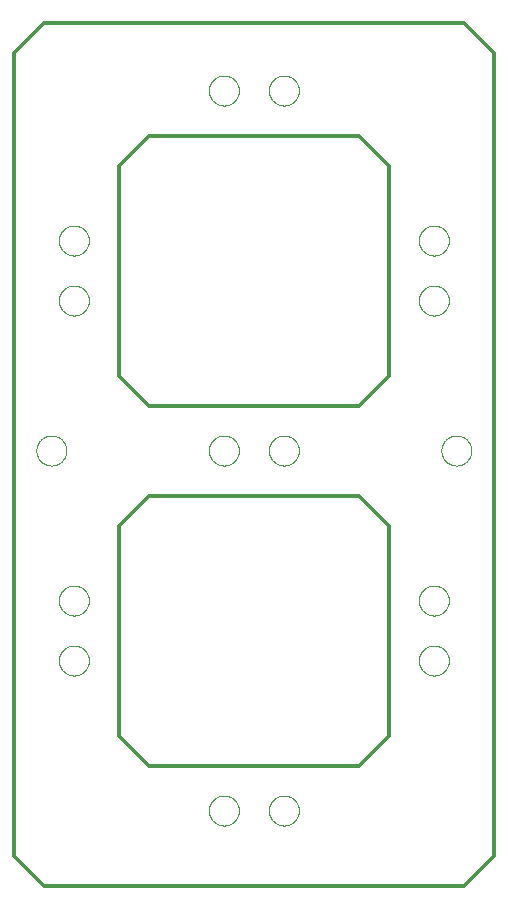
<source format=gm1>
G75*
%MOIN*%
%OFA0B0*%
%FSLAX25Y25*%
%IPPOS*%
%LPD*%
%AMOC8*
5,1,8,0,0,1.08239X$1,22.5*
%
%ADD10C,0.01200*%
%ADD11C,0.00000*%
D10*
X0016600Y0006600D02*
X0006600Y0016600D01*
X0006600Y0284100D01*
X0016600Y0294100D01*
X0156600Y0294100D01*
X0166600Y0284100D01*
X0166600Y0016600D01*
X0156600Y0006600D01*
X0016600Y0006600D01*
X0051600Y0046600D02*
X0041600Y0056600D01*
X0041600Y0126600D01*
X0051600Y0136600D01*
X0121600Y0136600D01*
X0131600Y0126600D01*
X0131600Y0056600D01*
X0121600Y0046600D01*
X0051600Y0046600D01*
X0051600Y0166600D02*
X0041600Y0176600D01*
X0041600Y0246600D01*
X0051600Y0256600D01*
X0121600Y0256600D01*
X0131600Y0246600D01*
X0131600Y0176600D01*
X0121600Y0166600D01*
X0051600Y0166600D01*
D11*
X0071600Y0151600D02*
X0071602Y0151741D01*
X0071608Y0151882D01*
X0071618Y0152022D01*
X0071632Y0152162D01*
X0071650Y0152302D01*
X0071671Y0152441D01*
X0071697Y0152580D01*
X0071726Y0152718D01*
X0071760Y0152854D01*
X0071797Y0152990D01*
X0071838Y0153125D01*
X0071883Y0153259D01*
X0071932Y0153391D01*
X0071984Y0153522D01*
X0072040Y0153651D01*
X0072100Y0153778D01*
X0072163Y0153904D01*
X0072229Y0154028D01*
X0072300Y0154151D01*
X0072373Y0154271D01*
X0072450Y0154389D01*
X0072530Y0154505D01*
X0072614Y0154618D01*
X0072700Y0154729D01*
X0072790Y0154838D01*
X0072883Y0154944D01*
X0072978Y0155047D01*
X0073077Y0155148D01*
X0073178Y0155246D01*
X0073282Y0155341D01*
X0073389Y0155433D01*
X0073498Y0155522D01*
X0073610Y0155607D01*
X0073724Y0155690D01*
X0073840Y0155770D01*
X0073959Y0155846D01*
X0074080Y0155918D01*
X0074202Y0155988D01*
X0074327Y0156053D01*
X0074453Y0156116D01*
X0074581Y0156174D01*
X0074711Y0156229D01*
X0074842Y0156281D01*
X0074975Y0156328D01*
X0075109Y0156372D01*
X0075244Y0156413D01*
X0075380Y0156449D01*
X0075517Y0156481D01*
X0075655Y0156510D01*
X0075793Y0156535D01*
X0075933Y0156555D01*
X0076073Y0156572D01*
X0076213Y0156585D01*
X0076354Y0156594D01*
X0076494Y0156599D01*
X0076635Y0156600D01*
X0076776Y0156597D01*
X0076917Y0156590D01*
X0077057Y0156579D01*
X0077197Y0156564D01*
X0077337Y0156545D01*
X0077476Y0156523D01*
X0077614Y0156496D01*
X0077752Y0156466D01*
X0077888Y0156431D01*
X0078024Y0156393D01*
X0078158Y0156351D01*
X0078292Y0156305D01*
X0078424Y0156256D01*
X0078554Y0156202D01*
X0078683Y0156145D01*
X0078810Y0156085D01*
X0078936Y0156021D01*
X0079059Y0155953D01*
X0079181Y0155882D01*
X0079301Y0155808D01*
X0079418Y0155730D01*
X0079533Y0155649D01*
X0079646Y0155565D01*
X0079757Y0155478D01*
X0079865Y0155387D01*
X0079970Y0155294D01*
X0080073Y0155197D01*
X0080173Y0155098D01*
X0080270Y0154996D01*
X0080364Y0154891D01*
X0080455Y0154784D01*
X0080543Y0154674D01*
X0080628Y0154562D01*
X0080710Y0154447D01*
X0080789Y0154330D01*
X0080864Y0154211D01*
X0080936Y0154090D01*
X0081004Y0153967D01*
X0081069Y0153842D01*
X0081131Y0153715D01*
X0081188Y0153586D01*
X0081243Y0153456D01*
X0081293Y0153325D01*
X0081340Y0153192D01*
X0081383Y0153058D01*
X0081422Y0152922D01*
X0081457Y0152786D01*
X0081489Y0152649D01*
X0081516Y0152511D01*
X0081540Y0152372D01*
X0081560Y0152232D01*
X0081576Y0152092D01*
X0081588Y0151952D01*
X0081596Y0151811D01*
X0081600Y0151670D01*
X0081600Y0151530D01*
X0081596Y0151389D01*
X0081588Y0151248D01*
X0081576Y0151108D01*
X0081560Y0150968D01*
X0081540Y0150828D01*
X0081516Y0150689D01*
X0081489Y0150551D01*
X0081457Y0150414D01*
X0081422Y0150278D01*
X0081383Y0150142D01*
X0081340Y0150008D01*
X0081293Y0149875D01*
X0081243Y0149744D01*
X0081188Y0149614D01*
X0081131Y0149485D01*
X0081069Y0149358D01*
X0081004Y0149233D01*
X0080936Y0149110D01*
X0080864Y0148989D01*
X0080789Y0148870D01*
X0080710Y0148753D01*
X0080628Y0148638D01*
X0080543Y0148526D01*
X0080455Y0148416D01*
X0080364Y0148309D01*
X0080270Y0148204D01*
X0080173Y0148102D01*
X0080073Y0148003D01*
X0079970Y0147906D01*
X0079865Y0147813D01*
X0079757Y0147722D01*
X0079646Y0147635D01*
X0079533Y0147551D01*
X0079418Y0147470D01*
X0079301Y0147392D01*
X0079181Y0147318D01*
X0079059Y0147247D01*
X0078936Y0147179D01*
X0078810Y0147115D01*
X0078683Y0147055D01*
X0078554Y0146998D01*
X0078424Y0146944D01*
X0078292Y0146895D01*
X0078158Y0146849D01*
X0078024Y0146807D01*
X0077888Y0146769D01*
X0077752Y0146734D01*
X0077614Y0146704D01*
X0077476Y0146677D01*
X0077337Y0146655D01*
X0077197Y0146636D01*
X0077057Y0146621D01*
X0076917Y0146610D01*
X0076776Y0146603D01*
X0076635Y0146600D01*
X0076494Y0146601D01*
X0076354Y0146606D01*
X0076213Y0146615D01*
X0076073Y0146628D01*
X0075933Y0146645D01*
X0075793Y0146665D01*
X0075655Y0146690D01*
X0075517Y0146719D01*
X0075380Y0146751D01*
X0075244Y0146787D01*
X0075109Y0146828D01*
X0074975Y0146872D01*
X0074842Y0146919D01*
X0074711Y0146971D01*
X0074581Y0147026D01*
X0074453Y0147084D01*
X0074327Y0147147D01*
X0074202Y0147212D01*
X0074080Y0147282D01*
X0073959Y0147354D01*
X0073840Y0147430D01*
X0073724Y0147510D01*
X0073610Y0147593D01*
X0073498Y0147678D01*
X0073389Y0147767D01*
X0073282Y0147859D01*
X0073178Y0147954D01*
X0073077Y0148052D01*
X0072978Y0148153D01*
X0072883Y0148256D01*
X0072790Y0148362D01*
X0072700Y0148471D01*
X0072614Y0148582D01*
X0072530Y0148695D01*
X0072450Y0148811D01*
X0072373Y0148929D01*
X0072300Y0149049D01*
X0072229Y0149172D01*
X0072163Y0149296D01*
X0072100Y0149422D01*
X0072040Y0149549D01*
X0071984Y0149678D01*
X0071932Y0149809D01*
X0071883Y0149941D01*
X0071838Y0150075D01*
X0071797Y0150210D01*
X0071760Y0150346D01*
X0071726Y0150482D01*
X0071697Y0150620D01*
X0071671Y0150759D01*
X0071650Y0150898D01*
X0071632Y0151038D01*
X0071618Y0151178D01*
X0071608Y0151318D01*
X0071602Y0151459D01*
X0071600Y0151600D01*
X0091600Y0151600D02*
X0091602Y0151741D01*
X0091608Y0151882D01*
X0091618Y0152022D01*
X0091632Y0152162D01*
X0091650Y0152302D01*
X0091671Y0152441D01*
X0091697Y0152580D01*
X0091726Y0152718D01*
X0091760Y0152854D01*
X0091797Y0152990D01*
X0091838Y0153125D01*
X0091883Y0153259D01*
X0091932Y0153391D01*
X0091984Y0153522D01*
X0092040Y0153651D01*
X0092100Y0153778D01*
X0092163Y0153904D01*
X0092229Y0154028D01*
X0092300Y0154151D01*
X0092373Y0154271D01*
X0092450Y0154389D01*
X0092530Y0154505D01*
X0092614Y0154618D01*
X0092700Y0154729D01*
X0092790Y0154838D01*
X0092883Y0154944D01*
X0092978Y0155047D01*
X0093077Y0155148D01*
X0093178Y0155246D01*
X0093282Y0155341D01*
X0093389Y0155433D01*
X0093498Y0155522D01*
X0093610Y0155607D01*
X0093724Y0155690D01*
X0093840Y0155770D01*
X0093959Y0155846D01*
X0094080Y0155918D01*
X0094202Y0155988D01*
X0094327Y0156053D01*
X0094453Y0156116D01*
X0094581Y0156174D01*
X0094711Y0156229D01*
X0094842Y0156281D01*
X0094975Y0156328D01*
X0095109Y0156372D01*
X0095244Y0156413D01*
X0095380Y0156449D01*
X0095517Y0156481D01*
X0095655Y0156510D01*
X0095793Y0156535D01*
X0095933Y0156555D01*
X0096073Y0156572D01*
X0096213Y0156585D01*
X0096354Y0156594D01*
X0096494Y0156599D01*
X0096635Y0156600D01*
X0096776Y0156597D01*
X0096917Y0156590D01*
X0097057Y0156579D01*
X0097197Y0156564D01*
X0097337Y0156545D01*
X0097476Y0156523D01*
X0097614Y0156496D01*
X0097752Y0156466D01*
X0097888Y0156431D01*
X0098024Y0156393D01*
X0098158Y0156351D01*
X0098292Y0156305D01*
X0098424Y0156256D01*
X0098554Y0156202D01*
X0098683Y0156145D01*
X0098810Y0156085D01*
X0098936Y0156021D01*
X0099059Y0155953D01*
X0099181Y0155882D01*
X0099301Y0155808D01*
X0099418Y0155730D01*
X0099533Y0155649D01*
X0099646Y0155565D01*
X0099757Y0155478D01*
X0099865Y0155387D01*
X0099970Y0155294D01*
X0100073Y0155197D01*
X0100173Y0155098D01*
X0100270Y0154996D01*
X0100364Y0154891D01*
X0100455Y0154784D01*
X0100543Y0154674D01*
X0100628Y0154562D01*
X0100710Y0154447D01*
X0100789Y0154330D01*
X0100864Y0154211D01*
X0100936Y0154090D01*
X0101004Y0153967D01*
X0101069Y0153842D01*
X0101131Y0153715D01*
X0101188Y0153586D01*
X0101243Y0153456D01*
X0101293Y0153325D01*
X0101340Y0153192D01*
X0101383Y0153058D01*
X0101422Y0152922D01*
X0101457Y0152786D01*
X0101489Y0152649D01*
X0101516Y0152511D01*
X0101540Y0152372D01*
X0101560Y0152232D01*
X0101576Y0152092D01*
X0101588Y0151952D01*
X0101596Y0151811D01*
X0101600Y0151670D01*
X0101600Y0151530D01*
X0101596Y0151389D01*
X0101588Y0151248D01*
X0101576Y0151108D01*
X0101560Y0150968D01*
X0101540Y0150828D01*
X0101516Y0150689D01*
X0101489Y0150551D01*
X0101457Y0150414D01*
X0101422Y0150278D01*
X0101383Y0150142D01*
X0101340Y0150008D01*
X0101293Y0149875D01*
X0101243Y0149744D01*
X0101188Y0149614D01*
X0101131Y0149485D01*
X0101069Y0149358D01*
X0101004Y0149233D01*
X0100936Y0149110D01*
X0100864Y0148989D01*
X0100789Y0148870D01*
X0100710Y0148753D01*
X0100628Y0148638D01*
X0100543Y0148526D01*
X0100455Y0148416D01*
X0100364Y0148309D01*
X0100270Y0148204D01*
X0100173Y0148102D01*
X0100073Y0148003D01*
X0099970Y0147906D01*
X0099865Y0147813D01*
X0099757Y0147722D01*
X0099646Y0147635D01*
X0099533Y0147551D01*
X0099418Y0147470D01*
X0099301Y0147392D01*
X0099181Y0147318D01*
X0099059Y0147247D01*
X0098936Y0147179D01*
X0098810Y0147115D01*
X0098683Y0147055D01*
X0098554Y0146998D01*
X0098424Y0146944D01*
X0098292Y0146895D01*
X0098158Y0146849D01*
X0098024Y0146807D01*
X0097888Y0146769D01*
X0097752Y0146734D01*
X0097614Y0146704D01*
X0097476Y0146677D01*
X0097337Y0146655D01*
X0097197Y0146636D01*
X0097057Y0146621D01*
X0096917Y0146610D01*
X0096776Y0146603D01*
X0096635Y0146600D01*
X0096494Y0146601D01*
X0096354Y0146606D01*
X0096213Y0146615D01*
X0096073Y0146628D01*
X0095933Y0146645D01*
X0095793Y0146665D01*
X0095655Y0146690D01*
X0095517Y0146719D01*
X0095380Y0146751D01*
X0095244Y0146787D01*
X0095109Y0146828D01*
X0094975Y0146872D01*
X0094842Y0146919D01*
X0094711Y0146971D01*
X0094581Y0147026D01*
X0094453Y0147084D01*
X0094327Y0147147D01*
X0094202Y0147212D01*
X0094080Y0147282D01*
X0093959Y0147354D01*
X0093840Y0147430D01*
X0093724Y0147510D01*
X0093610Y0147593D01*
X0093498Y0147678D01*
X0093389Y0147767D01*
X0093282Y0147859D01*
X0093178Y0147954D01*
X0093077Y0148052D01*
X0092978Y0148153D01*
X0092883Y0148256D01*
X0092790Y0148362D01*
X0092700Y0148471D01*
X0092614Y0148582D01*
X0092530Y0148695D01*
X0092450Y0148811D01*
X0092373Y0148929D01*
X0092300Y0149049D01*
X0092229Y0149172D01*
X0092163Y0149296D01*
X0092100Y0149422D01*
X0092040Y0149549D01*
X0091984Y0149678D01*
X0091932Y0149809D01*
X0091883Y0149941D01*
X0091838Y0150075D01*
X0091797Y0150210D01*
X0091760Y0150346D01*
X0091726Y0150482D01*
X0091697Y0150620D01*
X0091671Y0150759D01*
X0091650Y0150898D01*
X0091632Y0151038D01*
X0091618Y0151178D01*
X0091608Y0151318D01*
X0091602Y0151459D01*
X0091600Y0151600D01*
X0141600Y0101600D02*
X0141602Y0101741D01*
X0141608Y0101882D01*
X0141618Y0102022D01*
X0141632Y0102162D01*
X0141650Y0102302D01*
X0141671Y0102441D01*
X0141697Y0102580D01*
X0141726Y0102718D01*
X0141760Y0102854D01*
X0141797Y0102990D01*
X0141838Y0103125D01*
X0141883Y0103259D01*
X0141932Y0103391D01*
X0141984Y0103522D01*
X0142040Y0103651D01*
X0142100Y0103778D01*
X0142163Y0103904D01*
X0142229Y0104028D01*
X0142300Y0104151D01*
X0142373Y0104271D01*
X0142450Y0104389D01*
X0142530Y0104505D01*
X0142614Y0104618D01*
X0142700Y0104729D01*
X0142790Y0104838D01*
X0142883Y0104944D01*
X0142978Y0105047D01*
X0143077Y0105148D01*
X0143178Y0105246D01*
X0143282Y0105341D01*
X0143389Y0105433D01*
X0143498Y0105522D01*
X0143610Y0105607D01*
X0143724Y0105690D01*
X0143840Y0105770D01*
X0143959Y0105846D01*
X0144080Y0105918D01*
X0144202Y0105988D01*
X0144327Y0106053D01*
X0144453Y0106116D01*
X0144581Y0106174D01*
X0144711Y0106229D01*
X0144842Y0106281D01*
X0144975Y0106328D01*
X0145109Y0106372D01*
X0145244Y0106413D01*
X0145380Y0106449D01*
X0145517Y0106481D01*
X0145655Y0106510D01*
X0145793Y0106535D01*
X0145933Y0106555D01*
X0146073Y0106572D01*
X0146213Y0106585D01*
X0146354Y0106594D01*
X0146494Y0106599D01*
X0146635Y0106600D01*
X0146776Y0106597D01*
X0146917Y0106590D01*
X0147057Y0106579D01*
X0147197Y0106564D01*
X0147337Y0106545D01*
X0147476Y0106523D01*
X0147614Y0106496D01*
X0147752Y0106466D01*
X0147888Y0106431D01*
X0148024Y0106393D01*
X0148158Y0106351D01*
X0148292Y0106305D01*
X0148424Y0106256D01*
X0148554Y0106202D01*
X0148683Y0106145D01*
X0148810Y0106085D01*
X0148936Y0106021D01*
X0149059Y0105953D01*
X0149181Y0105882D01*
X0149301Y0105808D01*
X0149418Y0105730D01*
X0149533Y0105649D01*
X0149646Y0105565D01*
X0149757Y0105478D01*
X0149865Y0105387D01*
X0149970Y0105294D01*
X0150073Y0105197D01*
X0150173Y0105098D01*
X0150270Y0104996D01*
X0150364Y0104891D01*
X0150455Y0104784D01*
X0150543Y0104674D01*
X0150628Y0104562D01*
X0150710Y0104447D01*
X0150789Y0104330D01*
X0150864Y0104211D01*
X0150936Y0104090D01*
X0151004Y0103967D01*
X0151069Y0103842D01*
X0151131Y0103715D01*
X0151188Y0103586D01*
X0151243Y0103456D01*
X0151293Y0103325D01*
X0151340Y0103192D01*
X0151383Y0103058D01*
X0151422Y0102922D01*
X0151457Y0102786D01*
X0151489Y0102649D01*
X0151516Y0102511D01*
X0151540Y0102372D01*
X0151560Y0102232D01*
X0151576Y0102092D01*
X0151588Y0101952D01*
X0151596Y0101811D01*
X0151600Y0101670D01*
X0151600Y0101530D01*
X0151596Y0101389D01*
X0151588Y0101248D01*
X0151576Y0101108D01*
X0151560Y0100968D01*
X0151540Y0100828D01*
X0151516Y0100689D01*
X0151489Y0100551D01*
X0151457Y0100414D01*
X0151422Y0100278D01*
X0151383Y0100142D01*
X0151340Y0100008D01*
X0151293Y0099875D01*
X0151243Y0099744D01*
X0151188Y0099614D01*
X0151131Y0099485D01*
X0151069Y0099358D01*
X0151004Y0099233D01*
X0150936Y0099110D01*
X0150864Y0098989D01*
X0150789Y0098870D01*
X0150710Y0098753D01*
X0150628Y0098638D01*
X0150543Y0098526D01*
X0150455Y0098416D01*
X0150364Y0098309D01*
X0150270Y0098204D01*
X0150173Y0098102D01*
X0150073Y0098003D01*
X0149970Y0097906D01*
X0149865Y0097813D01*
X0149757Y0097722D01*
X0149646Y0097635D01*
X0149533Y0097551D01*
X0149418Y0097470D01*
X0149301Y0097392D01*
X0149181Y0097318D01*
X0149059Y0097247D01*
X0148936Y0097179D01*
X0148810Y0097115D01*
X0148683Y0097055D01*
X0148554Y0096998D01*
X0148424Y0096944D01*
X0148292Y0096895D01*
X0148158Y0096849D01*
X0148024Y0096807D01*
X0147888Y0096769D01*
X0147752Y0096734D01*
X0147614Y0096704D01*
X0147476Y0096677D01*
X0147337Y0096655D01*
X0147197Y0096636D01*
X0147057Y0096621D01*
X0146917Y0096610D01*
X0146776Y0096603D01*
X0146635Y0096600D01*
X0146494Y0096601D01*
X0146354Y0096606D01*
X0146213Y0096615D01*
X0146073Y0096628D01*
X0145933Y0096645D01*
X0145793Y0096665D01*
X0145655Y0096690D01*
X0145517Y0096719D01*
X0145380Y0096751D01*
X0145244Y0096787D01*
X0145109Y0096828D01*
X0144975Y0096872D01*
X0144842Y0096919D01*
X0144711Y0096971D01*
X0144581Y0097026D01*
X0144453Y0097084D01*
X0144327Y0097147D01*
X0144202Y0097212D01*
X0144080Y0097282D01*
X0143959Y0097354D01*
X0143840Y0097430D01*
X0143724Y0097510D01*
X0143610Y0097593D01*
X0143498Y0097678D01*
X0143389Y0097767D01*
X0143282Y0097859D01*
X0143178Y0097954D01*
X0143077Y0098052D01*
X0142978Y0098153D01*
X0142883Y0098256D01*
X0142790Y0098362D01*
X0142700Y0098471D01*
X0142614Y0098582D01*
X0142530Y0098695D01*
X0142450Y0098811D01*
X0142373Y0098929D01*
X0142300Y0099049D01*
X0142229Y0099172D01*
X0142163Y0099296D01*
X0142100Y0099422D01*
X0142040Y0099549D01*
X0141984Y0099678D01*
X0141932Y0099809D01*
X0141883Y0099941D01*
X0141838Y0100075D01*
X0141797Y0100210D01*
X0141760Y0100346D01*
X0141726Y0100482D01*
X0141697Y0100620D01*
X0141671Y0100759D01*
X0141650Y0100898D01*
X0141632Y0101038D01*
X0141618Y0101178D01*
X0141608Y0101318D01*
X0141602Y0101459D01*
X0141600Y0101600D01*
X0141600Y0081600D02*
X0141602Y0081741D01*
X0141608Y0081882D01*
X0141618Y0082022D01*
X0141632Y0082162D01*
X0141650Y0082302D01*
X0141671Y0082441D01*
X0141697Y0082580D01*
X0141726Y0082718D01*
X0141760Y0082854D01*
X0141797Y0082990D01*
X0141838Y0083125D01*
X0141883Y0083259D01*
X0141932Y0083391D01*
X0141984Y0083522D01*
X0142040Y0083651D01*
X0142100Y0083778D01*
X0142163Y0083904D01*
X0142229Y0084028D01*
X0142300Y0084151D01*
X0142373Y0084271D01*
X0142450Y0084389D01*
X0142530Y0084505D01*
X0142614Y0084618D01*
X0142700Y0084729D01*
X0142790Y0084838D01*
X0142883Y0084944D01*
X0142978Y0085047D01*
X0143077Y0085148D01*
X0143178Y0085246D01*
X0143282Y0085341D01*
X0143389Y0085433D01*
X0143498Y0085522D01*
X0143610Y0085607D01*
X0143724Y0085690D01*
X0143840Y0085770D01*
X0143959Y0085846D01*
X0144080Y0085918D01*
X0144202Y0085988D01*
X0144327Y0086053D01*
X0144453Y0086116D01*
X0144581Y0086174D01*
X0144711Y0086229D01*
X0144842Y0086281D01*
X0144975Y0086328D01*
X0145109Y0086372D01*
X0145244Y0086413D01*
X0145380Y0086449D01*
X0145517Y0086481D01*
X0145655Y0086510D01*
X0145793Y0086535D01*
X0145933Y0086555D01*
X0146073Y0086572D01*
X0146213Y0086585D01*
X0146354Y0086594D01*
X0146494Y0086599D01*
X0146635Y0086600D01*
X0146776Y0086597D01*
X0146917Y0086590D01*
X0147057Y0086579D01*
X0147197Y0086564D01*
X0147337Y0086545D01*
X0147476Y0086523D01*
X0147614Y0086496D01*
X0147752Y0086466D01*
X0147888Y0086431D01*
X0148024Y0086393D01*
X0148158Y0086351D01*
X0148292Y0086305D01*
X0148424Y0086256D01*
X0148554Y0086202D01*
X0148683Y0086145D01*
X0148810Y0086085D01*
X0148936Y0086021D01*
X0149059Y0085953D01*
X0149181Y0085882D01*
X0149301Y0085808D01*
X0149418Y0085730D01*
X0149533Y0085649D01*
X0149646Y0085565D01*
X0149757Y0085478D01*
X0149865Y0085387D01*
X0149970Y0085294D01*
X0150073Y0085197D01*
X0150173Y0085098D01*
X0150270Y0084996D01*
X0150364Y0084891D01*
X0150455Y0084784D01*
X0150543Y0084674D01*
X0150628Y0084562D01*
X0150710Y0084447D01*
X0150789Y0084330D01*
X0150864Y0084211D01*
X0150936Y0084090D01*
X0151004Y0083967D01*
X0151069Y0083842D01*
X0151131Y0083715D01*
X0151188Y0083586D01*
X0151243Y0083456D01*
X0151293Y0083325D01*
X0151340Y0083192D01*
X0151383Y0083058D01*
X0151422Y0082922D01*
X0151457Y0082786D01*
X0151489Y0082649D01*
X0151516Y0082511D01*
X0151540Y0082372D01*
X0151560Y0082232D01*
X0151576Y0082092D01*
X0151588Y0081952D01*
X0151596Y0081811D01*
X0151600Y0081670D01*
X0151600Y0081530D01*
X0151596Y0081389D01*
X0151588Y0081248D01*
X0151576Y0081108D01*
X0151560Y0080968D01*
X0151540Y0080828D01*
X0151516Y0080689D01*
X0151489Y0080551D01*
X0151457Y0080414D01*
X0151422Y0080278D01*
X0151383Y0080142D01*
X0151340Y0080008D01*
X0151293Y0079875D01*
X0151243Y0079744D01*
X0151188Y0079614D01*
X0151131Y0079485D01*
X0151069Y0079358D01*
X0151004Y0079233D01*
X0150936Y0079110D01*
X0150864Y0078989D01*
X0150789Y0078870D01*
X0150710Y0078753D01*
X0150628Y0078638D01*
X0150543Y0078526D01*
X0150455Y0078416D01*
X0150364Y0078309D01*
X0150270Y0078204D01*
X0150173Y0078102D01*
X0150073Y0078003D01*
X0149970Y0077906D01*
X0149865Y0077813D01*
X0149757Y0077722D01*
X0149646Y0077635D01*
X0149533Y0077551D01*
X0149418Y0077470D01*
X0149301Y0077392D01*
X0149181Y0077318D01*
X0149059Y0077247D01*
X0148936Y0077179D01*
X0148810Y0077115D01*
X0148683Y0077055D01*
X0148554Y0076998D01*
X0148424Y0076944D01*
X0148292Y0076895D01*
X0148158Y0076849D01*
X0148024Y0076807D01*
X0147888Y0076769D01*
X0147752Y0076734D01*
X0147614Y0076704D01*
X0147476Y0076677D01*
X0147337Y0076655D01*
X0147197Y0076636D01*
X0147057Y0076621D01*
X0146917Y0076610D01*
X0146776Y0076603D01*
X0146635Y0076600D01*
X0146494Y0076601D01*
X0146354Y0076606D01*
X0146213Y0076615D01*
X0146073Y0076628D01*
X0145933Y0076645D01*
X0145793Y0076665D01*
X0145655Y0076690D01*
X0145517Y0076719D01*
X0145380Y0076751D01*
X0145244Y0076787D01*
X0145109Y0076828D01*
X0144975Y0076872D01*
X0144842Y0076919D01*
X0144711Y0076971D01*
X0144581Y0077026D01*
X0144453Y0077084D01*
X0144327Y0077147D01*
X0144202Y0077212D01*
X0144080Y0077282D01*
X0143959Y0077354D01*
X0143840Y0077430D01*
X0143724Y0077510D01*
X0143610Y0077593D01*
X0143498Y0077678D01*
X0143389Y0077767D01*
X0143282Y0077859D01*
X0143178Y0077954D01*
X0143077Y0078052D01*
X0142978Y0078153D01*
X0142883Y0078256D01*
X0142790Y0078362D01*
X0142700Y0078471D01*
X0142614Y0078582D01*
X0142530Y0078695D01*
X0142450Y0078811D01*
X0142373Y0078929D01*
X0142300Y0079049D01*
X0142229Y0079172D01*
X0142163Y0079296D01*
X0142100Y0079422D01*
X0142040Y0079549D01*
X0141984Y0079678D01*
X0141932Y0079809D01*
X0141883Y0079941D01*
X0141838Y0080075D01*
X0141797Y0080210D01*
X0141760Y0080346D01*
X0141726Y0080482D01*
X0141697Y0080620D01*
X0141671Y0080759D01*
X0141650Y0080898D01*
X0141632Y0081038D01*
X0141618Y0081178D01*
X0141608Y0081318D01*
X0141602Y0081459D01*
X0141600Y0081600D01*
X0091600Y0031600D02*
X0091602Y0031741D01*
X0091608Y0031882D01*
X0091618Y0032022D01*
X0091632Y0032162D01*
X0091650Y0032302D01*
X0091671Y0032441D01*
X0091697Y0032580D01*
X0091726Y0032718D01*
X0091760Y0032854D01*
X0091797Y0032990D01*
X0091838Y0033125D01*
X0091883Y0033259D01*
X0091932Y0033391D01*
X0091984Y0033522D01*
X0092040Y0033651D01*
X0092100Y0033778D01*
X0092163Y0033904D01*
X0092229Y0034028D01*
X0092300Y0034151D01*
X0092373Y0034271D01*
X0092450Y0034389D01*
X0092530Y0034505D01*
X0092614Y0034618D01*
X0092700Y0034729D01*
X0092790Y0034838D01*
X0092883Y0034944D01*
X0092978Y0035047D01*
X0093077Y0035148D01*
X0093178Y0035246D01*
X0093282Y0035341D01*
X0093389Y0035433D01*
X0093498Y0035522D01*
X0093610Y0035607D01*
X0093724Y0035690D01*
X0093840Y0035770D01*
X0093959Y0035846D01*
X0094080Y0035918D01*
X0094202Y0035988D01*
X0094327Y0036053D01*
X0094453Y0036116D01*
X0094581Y0036174D01*
X0094711Y0036229D01*
X0094842Y0036281D01*
X0094975Y0036328D01*
X0095109Y0036372D01*
X0095244Y0036413D01*
X0095380Y0036449D01*
X0095517Y0036481D01*
X0095655Y0036510D01*
X0095793Y0036535D01*
X0095933Y0036555D01*
X0096073Y0036572D01*
X0096213Y0036585D01*
X0096354Y0036594D01*
X0096494Y0036599D01*
X0096635Y0036600D01*
X0096776Y0036597D01*
X0096917Y0036590D01*
X0097057Y0036579D01*
X0097197Y0036564D01*
X0097337Y0036545D01*
X0097476Y0036523D01*
X0097614Y0036496D01*
X0097752Y0036466D01*
X0097888Y0036431D01*
X0098024Y0036393D01*
X0098158Y0036351D01*
X0098292Y0036305D01*
X0098424Y0036256D01*
X0098554Y0036202D01*
X0098683Y0036145D01*
X0098810Y0036085D01*
X0098936Y0036021D01*
X0099059Y0035953D01*
X0099181Y0035882D01*
X0099301Y0035808D01*
X0099418Y0035730D01*
X0099533Y0035649D01*
X0099646Y0035565D01*
X0099757Y0035478D01*
X0099865Y0035387D01*
X0099970Y0035294D01*
X0100073Y0035197D01*
X0100173Y0035098D01*
X0100270Y0034996D01*
X0100364Y0034891D01*
X0100455Y0034784D01*
X0100543Y0034674D01*
X0100628Y0034562D01*
X0100710Y0034447D01*
X0100789Y0034330D01*
X0100864Y0034211D01*
X0100936Y0034090D01*
X0101004Y0033967D01*
X0101069Y0033842D01*
X0101131Y0033715D01*
X0101188Y0033586D01*
X0101243Y0033456D01*
X0101293Y0033325D01*
X0101340Y0033192D01*
X0101383Y0033058D01*
X0101422Y0032922D01*
X0101457Y0032786D01*
X0101489Y0032649D01*
X0101516Y0032511D01*
X0101540Y0032372D01*
X0101560Y0032232D01*
X0101576Y0032092D01*
X0101588Y0031952D01*
X0101596Y0031811D01*
X0101600Y0031670D01*
X0101600Y0031530D01*
X0101596Y0031389D01*
X0101588Y0031248D01*
X0101576Y0031108D01*
X0101560Y0030968D01*
X0101540Y0030828D01*
X0101516Y0030689D01*
X0101489Y0030551D01*
X0101457Y0030414D01*
X0101422Y0030278D01*
X0101383Y0030142D01*
X0101340Y0030008D01*
X0101293Y0029875D01*
X0101243Y0029744D01*
X0101188Y0029614D01*
X0101131Y0029485D01*
X0101069Y0029358D01*
X0101004Y0029233D01*
X0100936Y0029110D01*
X0100864Y0028989D01*
X0100789Y0028870D01*
X0100710Y0028753D01*
X0100628Y0028638D01*
X0100543Y0028526D01*
X0100455Y0028416D01*
X0100364Y0028309D01*
X0100270Y0028204D01*
X0100173Y0028102D01*
X0100073Y0028003D01*
X0099970Y0027906D01*
X0099865Y0027813D01*
X0099757Y0027722D01*
X0099646Y0027635D01*
X0099533Y0027551D01*
X0099418Y0027470D01*
X0099301Y0027392D01*
X0099181Y0027318D01*
X0099059Y0027247D01*
X0098936Y0027179D01*
X0098810Y0027115D01*
X0098683Y0027055D01*
X0098554Y0026998D01*
X0098424Y0026944D01*
X0098292Y0026895D01*
X0098158Y0026849D01*
X0098024Y0026807D01*
X0097888Y0026769D01*
X0097752Y0026734D01*
X0097614Y0026704D01*
X0097476Y0026677D01*
X0097337Y0026655D01*
X0097197Y0026636D01*
X0097057Y0026621D01*
X0096917Y0026610D01*
X0096776Y0026603D01*
X0096635Y0026600D01*
X0096494Y0026601D01*
X0096354Y0026606D01*
X0096213Y0026615D01*
X0096073Y0026628D01*
X0095933Y0026645D01*
X0095793Y0026665D01*
X0095655Y0026690D01*
X0095517Y0026719D01*
X0095380Y0026751D01*
X0095244Y0026787D01*
X0095109Y0026828D01*
X0094975Y0026872D01*
X0094842Y0026919D01*
X0094711Y0026971D01*
X0094581Y0027026D01*
X0094453Y0027084D01*
X0094327Y0027147D01*
X0094202Y0027212D01*
X0094080Y0027282D01*
X0093959Y0027354D01*
X0093840Y0027430D01*
X0093724Y0027510D01*
X0093610Y0027593D01*
X0093498Y0027678D01*
X0093389Y0027767D01*
X0093282Y0027859D01*
X0093178Y0027954D01*
X0093077Y0028052D01*
X0092978Y0028153D01*
X0092883Y0028256D01*
X0092790Y0028362D01*
X0092700Y0028471D01*
X0092614Y0028582D01*
X0092530Y0028695D01*
X0092450Y0028811D01*
X0092373Y0028929D01*
X0092300Y0029049D01*
X0092229Y0029172D01*
X0092163Y0029296D01*
X0092100Y0029422D01*
X0092040Y0029549D01*
X0091984Y0029678D01*
X0091932Y0029809D01*
X0091883Y0029941D01*
X0091838Y0030075D01*
X0091797Y0030210D01*
X0091760Y0030346D01*
X0091726Y0030482D01*
X0091697Y0030620D01*
X0091671Y0030759D01*
X0091650Y0030898D01*
X0091632Y0031038D01*
X0091618Y0031178D01*
X0091608Y0031318D01*
X0091602Y0031459D01*
X0091600Y0031600D01*
X0071600Y0031600D02*
X0071602Y0031741D01*
X0071608Y0031882D01*
X0071618Y0032022D01*
X0071632Y0032162D01*
X0071650Y0032302D01*
X0071671Y0032441D01*
X0071697Y0032580D01*
X0071726Y0032718D01*
X0071760Y0032854D01*
X0071797Y0032990D01*
X0071838Y0033125D01*
X0071883Y0033259D01*
X0071932Y0033391D01*
X0071984Y0033522D01*
X0072040Y0033651D01*
X0072100Y0033778D01*
X0072163Y0033904D01*
X0072229Y0034028D01*
X0072300Y0034151D01*
X0072373Y0034271D01*
X0072450Y0034389D01*
X0072530Y0034505D01*
X0072614Y0034618D01*
X0072700Y0034729D01*
X0072790Y0034838D01*
X0072883Y0034944D01*
X0072978Y0035047D01*
X0073077Y0035148D01*
X0073178Y0035246D01*
X0073282Y0035341D01*
X0073389Y0035433D01*
X0073498Y0035522D01*
X0073610Y0035607D01*
X0073724Y0035690D01*
X0073840Y0035770D01*
X0073959Y0035846D01*
X0074080Y0035918D01*
X0074202Y0035988D01*
X0074327Y0036053D01*
X0074453Y0036116D01*
X0074581Y0036174D01*
X0074711Y0036229D01*
X0074842Y0036281D01*
X0074975Y0036328D01*
X0075109Y0036372D01*
X0075244Y0036413D01*
X0075380Y0036449D01*
X0075517Y0036481D01*
X0075655Y0036510D01*
X0075793Y0036535D01*
X0075933Y0036555D01*
X0076073Y0036572D01*
X0076213Y0036585D01*
X0076354Y0036594D01*
X0076494Y0036599D01*
X0076635Y0036600D01*
X0076776Y0036597D01*
X0076917Y0036590D01*
X0077057Y0036579D01*
X0077197Y0036564D01*
X0077337Y0036545D01*
X0077476Y0036523D01*
X0077614Y0036496D01*
X0077752Y0036466D01*
X0077888Y0036431D01*
X0078024Y0036393D01*
X0078158Y0036351D01*
X0078292Y0036305D01*
X0078424Y0036256D01*
X0078554Y0036202D01*
X0078683Y0036145D01*
X0078810Y0036085D01*
X0078936Y0036021D01*
X0079059Y0035953D01*
X0079181Y0035882D01*
X0079301Y0035808D01*
X0079418Y0035730D01*
X0079533Y0035649D01*
X0079646Y0035565D01*
X0079757Y0035478D01*
X0079865Y0035387D01*
X0079970Y0035294D01*
X0080073Y0035197D01*
X0080173Y0035098D01*
X0080270Y0034996D01*
X0080364Y0034891D01*
X0080455Y0034784D01*
X0080543Y0034674D01*
X0080628Y0034562D01*
X0080710Y0034447D01*
X0080789Y0034330D01*
X0080864Y0034211D01*
X0080936Y0034090D01*
X0081004Y0033967D01*
X0081069Y0033842D01*
X0081131Y0033715D01*
X0081188Y0033586D01*
X0081243Y0033456D01*
X0081293Y0033325D01*
X0081340Y0033192D01*
X0081383Y0033058D01*
X0081422Y0032922D01*
X0081457Y0032786D01*
X0081489Y0032649D01*
X0081516Y0032511D01*
X0081540Y0032372D01*
X0081560Y0032232D01*
X0081576Y0032092D01*
X0081588Y0031952D01*
X0081596Y0031811D01*
X0081600Y0031670D01*
X0081600Y0031530D01*
X0081596Y0031389D01*
X0081588Y0031248D01*
X0081576Y0031108D01*
X0081560Y0030968D01*
X0081540Y0030828D01*
X0081516Y0030689D01*
X0081489Y0030551D01*
X0081457Y0030414D01*
X0081422Y0030278D01*
X0081383Y0030142D01*
X0081340Y0030008D01*
X0081293Y0029875D01*
X0081243Y0029744D01*
X0081188Y0029614D01*
X0081131Y0029485D01*
X0081069Y0029358D01*
X0081004Y0029233D01*
X0080936Y0029110D01*
X0080864Y0028989D01*
X0080789Y0028870D01*
X0080710Y0028753D01*
X0080628Y0028638D01*
X0080543Y0028526D01*
X0080455Y0028416D01*
X0080364Y0028309D01*
X0080270Y0028204D01*
X0080173Y0028102D01*
X0080073Y0028003D01*
X0079970Y0027906D01*
X0079865Y0027813D01*
X0079757Y0027722D01*
X0079646Y0027635D01*
X0079533Y0027551D01*
X0079418Y0027470D01*
X0079301Y0027392D01*
X0079181Y0027318D01*
X0079059Y0027247D01*
X0078936Y0027179D01*
X0078810Y0027115D01*
X0078683Y0027055D01*
X0078554Y0026998D01*
X0078424Y0026944D01*
X0078292Y0026895D01*
X0078158Y0026849D01*
X0078024Y0026807D01*
X0077888Y0026769D01*
X0077752Y0026734D01*
X0077614Y0026704D01*
X0077476Y0026677D01*
X0077337Y0026655D01*
X0077197Y0026636D01*
X0077057Y0026621D01*
X0076917Y0026610D01*
X0076776Y0026603D01*
X0076635Y0026600D01*
X0076494Y0026601D01*
X0076354Y0026606D01*
X0076213Y0026615D01*
X0076073Y0026628D01*
X0075933Y0026645D01*
X0075793Y0026665D01*
X0075655Y0026690D01*
X0075517Y0026719D01*
X0075380Y0026751D01*
X0075244Y0026787D01*
X0075109Y0026828D01*
X0074975Y0026872D01*
X0074842Y0026919D01*
X0074711Y0026971D01*
X0074581Y0027026D01*
X0074453Y0027084D01*
X0074327Y0027147D01*
X0074202Y0027212D01*
X0074080Y0027282D01*
X0073959Y0027354D01*
X0073840Y0027430D01*
X0073724Y0027510D01*
X0073610Y0027593D01*
X0073498Y0027678D01*
X0073389Y0027767D01*
X0073282Y0027859D01*
X0073178Y0027954D01*
X0073077Y0028052D01*
X0072978Y0028153D01*
X0072883Y0028256D01*
X0072790Y0028362D01*
X0072700Y0028471D01*
X0072614Y0028582D01*
X0072530Y0028695D01*
X0072450Y0028811D01*
X0072373Y0028929D01*
X0072300Y0029049D01*
X0072229Y0029172D01*
X0072163Y0029296D01*
X0072100Y0029422D01*
X0072040Y0029549D01*
X0071984Y0029678D01*
X0071932Y0029809D01*
X0071883Y0029941D01*
X0071838Y0030075D01*
X0071797Y0030210D01*
X0071760Y0030346D01*
X0071726Y0030482D01*
X0071697Y0030620D01*
X0071671Y0030759D01*
X0071650Y0030898D01*
X0071632Y0031038D01*
X0071618Y0031178D01*
X0071608Y0031318D01*
X0071602Y0031459D01*
X0071600Y0031600D01*
X0021600Y0081600D02*
X0021602Y0081741D01*
X0021608Y0081882D01*
X0021618Y0082022D01*
X0021632Y0082162D01*
X0021650Y0082302D01*
X0021671Y0082441D01*
X0021697Y0082580D01*
X0021726Y0082718D01*
X0021760Y0082854D01*
X0021797Y0082990D01*
X0021838Y0083125D01*
X0021883Y0083259D01*
X0021932Y0083391D01*
X0021984Y0083522D01*
X0022040Y0083651D01*
X0022100Y0083778D01*
X0022163Y0083904D01*
X0022229Y0084028D01*
X0022300Y0084151D01*
X0022373Y0084271D01*
X0022450Y0084389D01*
X0022530Y0084505D01*
X0022614Y0084618D01*
X0022700Y0084729D01*
X0022790Y0084838D01*
X0022883Y0084944D01*
X0022978Y0085047D01*
X0023077Y0085148D01*
X0023178Y0085246D01*
X0023282Y0085341D01*
X0023389Y0085433D01*
X0023498Y0085522D01*
X0023610Y0085607D01*
X0023724Y0085690D01*
X0023840Y0085770D01*
X0023959Y0085846D01*
X0024080Y0085918D01*
X0024202Y0085988D01*
X0024327Y0086053D01*
X0024453Y0086116D01*
X0024581Y0086174D01*
X0024711Y0086229D01*
X0024842Y0086281D01*
X0024975Y0086328D01*
X0025109Y0086372D01*
X0025244Y0086413D01*
X0025380Y0086449D01*
X0025517Y0086481D01*
X0025655Y0086510D01*
X0025793Y0086535D01*
X0025933Y0086555D01*
X0026073Y0086572D01*
X0026213Y0086585D01*
X0026354Y0086594D01*
X0026494Y0086599D01*
X0026635Y0086600D01*
X0026776Y0086597D01*
X0026917Y0086590D01*
X0027057Y0086579D01*
X0027197Y0086564D01*
X0027337Y0086545D01*
X0027476Y0086523D01*
X0027614Y0086496D01*
X0027752Y0086466D01*
X0027888Y0086431D01*
X0028024Y0086393D01*
X0028158Y0086351D01*
X0028292Y0086305D01*
X0028424Y0086256D01*
X0028554Y0086202D01*
X0028683Y0086145D01*
X0028810Y0086085D01*
X0028936Y0086021D01*
X0029059Y0085953D01*
X0029181Y0085882D01*
X0029301Y0085808D01*
X0029418Y0085730D01*
X0029533Y0085649D01*
X0029646Y0085565D01*
X0029757Y0085478D01*
X0029865Y0085387D01*
X0029970Y0085294D01*
X0030073Y0085197D01*
X0030173Y0085098D01*
X0030270Y0084996D01*
X0030364Y0084891D01*
X0030455Y0084784D01*
X0030543Y0084674D01*
X0030628Y0084562D01*
X0030710Y0084447D01*
X0030789Y0084330D01*
X0030864Y0084211D01*
X0030936Y0084090D01*
X0031004Y0083967D01*
X0031069Y0083842D01*
X0031131Y0083715D01*
X0031188Y0083586D01*
X0031243Y0083456D01*
X0031293Y0083325D01*
X0031340Y0083192D01*
X0031383Y0083058D01*
X0031422Y0082922D01*
X0031457Y0082786D01*
X0031489Y0082649D01*
X0031516Y0082511D01*
X0031540Y0082372D01*
X0031560Y0082232D01*
X0031576Y0082092D01*
X0031588Y0081952D01*
X0031596Y0081811D01*
X0031600Y0081670D01*
X0031600Y0081530D01*
X0031596Y0081389D01*
X0031588Y0081248D01*
X0031576Y0081108D01*
X0031560Y0080968D01*
X0031540Y0080828D01*
X0031516Y0080689D01*
X0031489Y0080551D01*
X0031457Y0080414D01*
X0031422Y0080278D01*
X0031383Y0080142D01*
X0031340Y0080008D01*
X0031293Y0079875D01*
X0031243Y0079744D01*
X0031188Y0079614D01*
X0031131Y0079485D01*
X0031069Y0079358D01*
X0031004Y0079233D01*
X0030936Y0079110D01*
X0030864Y0078989D01*
X0030789Y0078870D01*
X0030710Y0078753D01*
X0030628Y0078638D01*
X0030543Y0078526D01*
X0030455Y0078416D01*
X0030364Y0078309D01*
X0030270Y0078204D01*
X0030173Y0078102D01*
X0030073Y0078003D01*
X0029970Y0077906D01*
X0029865Y0077813D01*
X0029757Y0077722D01*
X0029646Y0077635D01*
X0029533Y0077551D01*
X0029418Y0077470D01*
X0029301Y0077392D01*
X0029181Y0077318D01*
X0029059Y0077247D01*
X0028936Y0077179D01*
X0028810Y0077115D01*
X0028683Y0077055D01*
X0028554Y0076998D01*
X0028424Y0076944D01*
X0028292Y0076895D01*
X0028158Y0076849D01*
X0028024Y0076807D01*
X0027888Y0076769D01*
X0027752Y0076734D01*
X0027614Y0076704D01*
X0027476Y0076677D01*
X0027337Y0076655D01*
X0027197Y0076636D01*
X0027057Y0076621D01*
X0026917Y0076610D01*
X0026776Y0076603D01*
X0026635Y0076600D01*
X0026494Y0076601D01*
X0026354Y0076606D01*
X0026213Y0076615D01*
X0026073Y0076628D01*
X0025933Y0076645D01*
X0025793Y0076665D01*
X0025655Y0076690D01*
X0025517Y0076719D01*
X0025380Y0076751D01*
X0025244Y0076787D01*
X0025109Y0076828D01*
X0024975Y0076872D01*
X0024842Y0076919D01*
X0024711Y0076971D01*
X0024581Y0077026D01*
X0024453Y0077084D01*
X0024327Y0077147D01*
X0024202Y0077212D01*
X0024080Y0077282D01*
X0023959Y0077354D01*
X0023840Y0077430D01*
X0023724Y0077510D01*
X0023610Y0077593D01*
X0023498Y0077678D01*
X0023389Y0077767D01*
X0023282Y0077859D01*
X0023178Y0077954D01*
X0023077Y0078052D01*
X0022978Y0078153D01*
X0022883Y0078256D01*
X0022790Y0078362D01*
X0022700Y0078471D01*
X0022614Y0078582D01*
X0022530Y0078695D01*
X0022450Y0078811D01*
X0022373Y0078929D01*
X0022300Y0079049D01*
X0022229Y0079172D01*
X0022163Y0079296D01*
X0022100Y0079422D01*
X0022040Y0079549D01*
X0021984Y0079678D01*
X0021932Y0079809D01*
X0021883Y0079941D01*
X0021838Y0080075D01*
X0021797Y0080210D01*
X0021760Y0080346D01*
X0021726Y0080482D01*
X0021697Y0080620D01*
X0021671Y0080759D01*
X0021650Y0080898D01*
X0021632Y0081038D01*
X0021618Y0081178D01*
X0021608Y0081318D01*
X0021602Y0081459D01*
X0021600Y0081600D01*
X0021600Y0101600D02*
X0021602Y0101741D01*
X0021608Y0101882D01*
X0021618Y0102022D01*
X0021632Y0102162D01*
X0021650Y0102302D01*
X0021671Y0102441D01*
X0021697Y0102580D01*
X0021726Y0102718D01*
X0021760Y0102854D01*
X0021797Y0102990D01*
X0021838Y0103125D01*
X0021883Y0103259D01*
X0021932Y0103391D01*
X0021984Y0103522D01*
X0022040Y0103651D01*
X0022100Y0103778D01*
X0022163Y0103904D01*
X0022229Y0104028D01*
X0022300Y0104151D01*
X0022373Y0104271D01*
X0022450Y0104389D01*
X0022530Y0104505D01*
X0022614Y0104618D01*
X0022700Y0104729D01*
X0022790Y0104838D01*
X0022883Y0104944D01*
X0022978Y0105047D01*
X0023077Y0105148D01*
X0023178Y0105246D01*
X0023282Y0105341D01*
X0023389Y0105433D01*
X0023498Y0105522D01*
X0023610Y0105607D01*
X0023724Y0105690D01*
X0023840Y0105770D01*
X0023959Y0105846D01*
X0024080Y0105918D01*
X0024202Y0105988D01*
X0024327Y0106053D01*
X0024453Y0106116D01*
X0024581Y0106174D01*
X0024711Y0106229D01*
X0024842Y0106281D01*
X0024975Y0106328D01*
X0025109Y0106372D01*
X0025244Y0106413D01*
X0025380Y0106449D01*
X0025517Y0106481D01*
X0025655Y0106510D01*
X0025793Y0106535D01*
X0025933Y0106555D01*
X0026073Y0106572D01*
X0026213Y0106585D01*
X0026354Y0106594D01*
X0026494Y0106599D01*
X0026635Y0106600D01*
X0026776Y0106597D01*
X0026917Y0106590D01*
X0027057Y0106579D01*
X0027197Y0106564D01*
X0027337Y0106545D01*
X0027476Y0106523D01*
X0027614Y0106496D01*
X0027752Y0106466D01*
X0027888Y0106431D01*
X0028024Y0106393D01*
X0028158Y0106351D01*
X0028292Y0106305D01*
X0028424Y0106256D01*
X0028554Y0106202D01*
X0028683Y0106145D01*
X0028810Y0106085D01*
X0028936Y0106021D01*
X0029059Y0105953D01*
X0029181Y0105882D01*
X0029301Y0105808D01*
X0029418Y0105730D01*
X0029533Y0105649D01*
X0029646Y0105565D01*
X0029757Y0105478D01*
X0029865Y0105387D01*
X0029970Y0105294D01*
X0030073Y0105197D01*
X0030173Y0105098D01*
X0030270Y0104996D01*
X0030364Y0104891D01*
X0030455Y0104784D01*
X0030543Y0104674D01*
X0030628Y0104562D01*
X0030710Y0104447D01*
X0030789Y0104330D01*
X0030864Y0104211D01*
X0030936Y0104090D01*
X0031004Y0103967D01*
X0031069Y0103842D01*
X0031131Y0103715D01*
X0031188Y0103586D01*
X0031243Y0103456D01*
X0031293Y0103325D01*
X0031340Y0103192D01*
X0031383Y0103058D01*
X0031422Y0102922D01*
X0031457Y0102786D01*
X0031489Y0102649D01*
X0031516Y0102511D01*
X0031540Y0102372D01*
X0031560Y0102232D01*
X0031576Y0102092D01*
X0031588Y0101952D01*
X0031596Y0101811D01*
X0031600Y0101670D01*
X0031600Y0101530D01*
X0031596Y0101389D01*
X0031588Y0101248D01*
X0031576Y0101108D01*
X0031560Y0100968D01*
X0031540Y0100828D01*
X0031516Y0100689D01*
X0031489Y0100551D01*
X0031457Y0100414D01*
X0031422Y0100278D01*
X0031383Y0100142D01*
X0031340Y0100008D01*
X0031293Y0099875D01*
X0031243Y0099744D01*
X0031188Y0099614D01*
X0031131Y0099485D01*
X0031069Y0099358D01*
X0031004Y0099233D01*
X0030936Y0099110D01*
X0030864Y0098989D01*
X0030789Y0098870D01*
X0030710Y0098753D01*
X0030628Y0098638D01*
X0030543Y0098526D01*
X0030455Y0098416D01*
X0030364Y0098309D01*
X0030270Y0098204D01*
X0030173Y0098102D01*
X0030073Y0098003D01*
X0029970Y0097906D01*
X0029865Y0097813D01*
X0029757Y0097722D01*
X0029646Y0097635D01*
X0029533Y0097551D01*
X0029418Y0097470D01*
X0029301Y0097392D01*
X0029181Y0097318D01*
X0029059Y0097247D01*
X0028936Y0097179D01*
X0028810Y0097115D01*
X0028683Y0097055D01*
X0028554Y0096998D01*
X0028424Y0096944D01*
X0028292Y0096895D01*
X0028158Y0096849D01*
X0028024Y0096807D01*
X0027888Y0096769D01*
X0027752Y0096734D01*
X0027614Y0096704D01*
X0027476Y0096677D01*
X0027337Y0096655D01*
X0027197Y0096636D01*
X0027057Y0096621D01*
X0026917Y0096610D01*
X0026776Y0096603D01*
X0026635Y0096600D01*
X0026494Y0096601D01*
X0026354Y0096606D01*
X0026213Y0096615D01*
X0026073Y0096628D01*
X0025933Y0096645D01*
X0025793Y0096665D01*
X0025655Y0096690D01*
X0025517Y0096719D01*
X0025380Y0096751D01*
X0025244Y0096787D01*
X0025109Y0096828D01*
X0024975Y0096872D01*
X0024842Y0096919D01*
X0024711Y0096971D01*
X0024581Y0097026D01*
X0024453Y0097084D01*
X0024327Y0097147D01*
X0024202Y0097212D01*
X0024080Y0097282D01*
X0023959Y0097354D01*
X0023840Y0097430D01*
X0023724Y0097510D01*
X0023610Y0097593D01*
X0023498Y0097678D01*
X0023389Y0097767D01*
X0023282Y0097859D01*
X0023178Y0097954D01*
X0023077Y0098052D01*
X0022978Y0098153D01*
X0022883Y0098256D01*
X0022790Y0098362D01*
X0022700Y0098471D01*
X0022614Y0098582D01*
X0022530Y0098695D01*
X0022450Y0098811D01*
X0022373Y0098929D01*
X0022300Y0099049D01*
X0022229Y0099172D01*
X0022163Y0099296D01*
X0022100Y0099422D01*
X0022040Y0099549D01*
X0021984Y0099678D01*
X0021932Y0099809D01*
X0021883Y0099941D01*
X0021838Y0100075D01*
X0021797Y0100210D01*
X0021760Y0100346D01*
X0021726Y0100482D01*
X0021697Y0100620D01*
X0021671Y0100759D01*
X0021650Y0100898D01*
X0021632Y0101038D01*
X0021618Y0101178D01*
X0021608Y0101318D01*
X0021602Y0101459D01*
X0021600Y0101600D01*
X0014100Y0151600D02*
X0014102Y0151741D01*
X0014108Y0151882D01*
X0014118Y0152022D01*
X0014132Y0152162D01*
X0014150Y0152302D01*
X0014171Y0152441D01*
X0014197Y0152580D01*
X0014226Y0152718D01*
X0014260Y0152854D01*
X0014297Y0152990D01*
X0014338Y0153125D01*
X0014383Y0153259D01*
X0014432Y0153391D01*
X0014484Y0153522D01*
X0014540Y0153651D01*
X0014600Y0153778D01*
X0014663Y0153904D01*
X0014729Y0154028D01*
X0014800Y0154151D01*
X0014873Y0154271D01*
X0014950Y0154389D01*
X0015030Y0154505D01*
X0015114Y0154618D01*
X0015200Y0154729D01*
X0015290Y0154838D01*
X0015383Y0154944D01*
X0015478Y0155047D01*
X0015577Y0155148D01*
X0015678Y0155246D01*
X0015782Y0155341D01*
X0015889Y0155433D01*
X0015998Y0155522D01*
X0016110Y0155607D01*
X0016224Y0155690D01*
X0016340Y0155770D01*
X0016459Y0155846D01*
X0016580Y0155918D01*
X0016702Y0155988D01*
X0016827Y0156053D01*
X0016953Y0156116D01*
X0017081Y0156174D01*
X0017211Y0156229D01*
X0017342Y0156281D01*
X0017475Y0156328D01*
X0017609Y0156372D01*
X0017744Y0156413D01*
X0017880Y0156449D01*
X0018017Y0156481D01*
X0018155Y0156510D01*
X0018293Y0156535D01*
X0018433Y0156555D01*
X0018573Y0156572D01*
X0018713Y0156585D01*
X0018854Y0156594D01*
X0018994Y0156599D01*
X0019135Y0156600D01*
X0019276Y0156597D01*
X0019417Y0156590D01*
X0019557Y0156579D01*
X0019697Y0156564D01*
X0019837Y0156545D01*
X0019976Y0156523D01*
X0020114Y0156496D01*
X0020252Y0156466D01*
X0020388Y0156431D01*
X0020524Y0156393D01*
X0020658Y0156351D01*
X0020792Y0156305D01*
X0020924Y0156256D01*
X0021054Y0156202D01*
X0021183Y0156145D01*
X0021310Y0156085D01*
X0021436Y0156021D01*
X0021559Y0155953D01*
X0021681Y0155882D01*
X0021801Y0155808D01*
X0021918Y0155730D01*
X0022033Y0155649D01*
X0022146Y0155565D01*
X0022257Y0155478D01*
X0022365Y0155387D01*
X0022470Y0155294D01*
X0022573Y0155197D01*
X0022673Y0155098D01*
X0022770Y0154996D01*
X0022864Y0154891D01*
X0022955Y0154784D01*
X0023043Y0154674D01*
X0023128Y0154562D01*
X0023210Y0154447D01*
X0023289Y0154330D01*
X0023364Y0154211D01*
X0023436Y0154090D01*
X0023504Y0153967D01*
X0023569Y0153842D01*
X0023631Y0153715D01*
X0023688Y0153586D01*
X0023743Y0153456D01*
X0023793Y0153325D01*
X0023840Y0153192D01*
X0023883Y0153058D01*
X0023922Y0152922D01*
X0023957Y0152786D01*
X0023989Y0152649D01*
X0024016Y0152511D01*
X0024040Y0152372D01*
X0024060Y0152232D01*
X0024076Y0152092D01*
X0024088Y0151952D01*
X0024096Y0151811D01*
X0024100Y0151670D01*
X0024100Y0151530D01*
X0024096Y0151389D01*
X0024088Y0151248D01*
X0024076Y0151108D01*
X0024060Y0150968D01*
X0024040Y0150828D01*
X0024016Y0150689D01*
X0023989Y0150551D01*
X0023957Y0150414D01*
X0023922Y0150278D01*
X0023883Y0150142D01*
X0023840Y0150008D01*
X0023793Y0149875D01*
X0023743Y0149744D01*
X0023688Y0149614D01*
X0023631Y0149485D01*
X0023569Y0149358D01*
X0023504Y0149233D01*
X0023436Y0149110D01*
X0023364Y0148989D01*
X0023289Y0148870D01*
X0023210Y0148753D01*
X0023128Y0148638D01*
X0023043Y0148526D01*
X0022955Y0148416D01*
X0022864Y0148309D01*
X0022770Y0148204D01*
X0022673Y0148102D01*
X0022573Y0148003D01*
X0022470Y0147906D01*
X0022365Y0147813D01*
X0022257Y0147722D01*
X0022146Y0147635D01*
X0022033Y0147551D01*
X0021918Y0147470D01*
X0021801Y0147392D01*
X0021681Y0147318D01*
X0021559Y0147247D01*
X0021436Y0147179D01*
X0021310Y0147115D01*
X0021183Y0147055D01*
X0021054Y0146998D01*
X0020924Y0146944D01*
X0020792Y0146895D01*
X0020658Y0146849D01*
X0020524Y0146807D01*
X0020388Y0146769D01*
X0020252Y0146734D01*
X0020114Y0146704D01*
X0019976Y0146677D01*
X0019837Y0146655D01*
X0019697Y0146636D01*
X0019557Y0146621D01*
X0019417Y0146610D01*
X0019276Y0146603D01*
X0019135Y0146600D01*
X0018994Y0146601D01*
X0018854Y0146606D01*
X0018713Y0146615D01*
X0018573Y0146628D01*
X0018433Y0146645D01*
X0018293Y0146665D01*
X0018155Y0146690D01*
X0018017Y0146719D01*
X0017880Y0146751D01*
X0017744Y0146787D01*
X0017609Y0146828D01*
X0017475Y0146872D01*
X0017342Y0146919D01*
X0017211Y0146971D01*
X0017081Y0147026D01*
X0016953Y0147084D01*
X0016827Y0147147D01*
X0016702Y0147212D01*
X0016580Y0147282D01*
X0016459Y0147354D01*
X0016340Y0147430D01*
X0016224Y0147510D01*
X0016110Y0147593D01*
X0015998Y0147678D01*
X0015889Y0147767D01*
X0015782Y0147859D01*
X0015678Y0147954D01*
X0015577Y0148052D01*
X0015478Y0148153D01*
X0015383Y0148256D01*
X0015290Y0148362D01*
X0015200Y0148471D01*
X0015114Y0148582D01*
X0015030Y0148695D01*
X0014950Y0148811D01*
X0014873Y0148929D01*
X0014800Y0149049D01*
X0014729Y0149172D01*
X0014663Y0149296D01*
X0014600Y0149422D01*
X0014540Y0149549D01*
X0014484Y0149678D01*
X0014432Y0149809D01*
X0014383Y0149941D01*
X0014338Y0150075D01*
X0014297Y0150210D01*
X0014260Y0150346D01*
X0014226Y0150482D01*
X0014197Y0150620D01*
X0014171Y0150759D01*
X0014150Y0150898D01*
X0014132Y0151038D01*
X0014118Y0151178D01*
X0014108Y0151318D01*
X0014102Y0151459D01*
X0014100Y0151600D01*
X0021600Y0201600D02*
X0021602Y0201741D01*
X0021608Y0201882D01*
X0021618Y0202022D01*
X0021632Y0202162D01*
X0021650Y0202302D01*
X0021671Y0202441D01*
X0021697Y0202580D01*
X0021726Y0202718D01*
X0021760Y0202854D01*
X0021797Y0202990D01*
X0021838Y0203125D01*
X0021883Y0203259D01*
X0021932Y0203391D01*
X0021984Y0203522D01*
X0022040Y0203651D01*
X0022100Y0203778D01*
X0022163Y0203904D01*
X0022229Y0204028D01*
X0022300Y0204151D01*
X0022373Y0204271D01*
X0022450Y0204389D01*
X0022530Y0204505D01*
X0022614Y0204618D01*
X0022700Y0204729D01*
X0022790Y0204838D01*
X0022883Y0204944D01*
X0022978Y0205047D01*
X0023077Y0205148D01*
X0023178Y0205246D01*
X0023282Y0205341D01*
X0023389Y0205433D01*
X0023498Y0205522D01*
X0023610Y0205607D01*
X0023724Y0205690D01*
X0023840Y0205770D01*
X0023959Y0205846D01*
X0024080Y0205918D01*
X0024202Y0205988D01*
X0024327Y0206053D01*
X0024453Y0206116D01*
X0024581Y0206174D01*
X0024711Y0206229D01*
X0024842Y0206281D01*
X0024975Y0206328D01*
X0025109Y0206372D01*
X0025244Y0206413D01*
X0025380Y0206449D01*
X0025517Y0206481D01*
X0025655Y0206510D01*
X0025793Y0206535D01*
X0025933Y0206555D01*
X0026073Y0206572D01*
X0026213Y0206585D01*
X0026354Y0206594D01*
X0026494Y0206599D01*
X0026635Y0206600D01*
X0026776Y0206597D01*
X0026917Y0206590D01*
X0027057Y0206579D01*
X0027197Y0206564D01*
X0027337Y0206545D01*
X0027476Y0206523D01*
X0027614Y0206496D01*
X0027752Y0206466D01*
X0027888Y0206431D01*
X0028024Y0206393D01*
X0028158Y0206351D01*
X0028292Y0206305D01*
X0028424Y0206256D01*
X0028554Y0206202D01*
X0028683Y0206145D01*
X0028810Y0206085D01*
X0028936Y0206021D01*
X0029059Y0205953D01*
X0029181Y0205882D01*
X0029301Y0205808D01*
X0029418Y0205730D01*
X0029533Y0205649D01*
X0029646Y0205565D01*
X0029757Y0205478D01*
X0029865Y0205387D01*
X0029970Y0205294D01*
X0030073Y0205197D01*
X0030173Y0205098D01*
X0030270Y0204996D01*
X0030364Y0204891D01*
X0030455Y0204784D01*
X0030543Y0204674D01*
X0030628Y0204562D01*
X0030710Y0204447D01*
X0030789Y0204330D01*
X0030864Y0204211D01*
X0030936Y0204090D01*
X0031004Y0203967D01*
X0031069Y0203842D01*
X0031131Y0203715D01*
X0031188Y0203586D01*
X0031243Y0203456D01*
X0031293Y0203325D01*
X0031340Y0203192D01*
X0031383Y0203058D01*
X0031422Y0202922D01*
X0031457Y0202786D01*
X0031489Y0202649D01*
X0031516Y0202511D01*
X0031540Y0202372D01*
X0031560Y0202232D01*
X0031576Y0202092D01*
X0031588Y0201952D01*
X0031596Y0201811D01*
X0031600Y0201670D01*
X0031600Y0201530D01*
X0031596Y0201389D01*
X0031588Y0201248D01*
X0031576Y0201108D01*
X0031560Y0200968D01*
X0031540Y0200828D01*
X0031516Y0200689D01*
X0031489Y0200551D01*
X0031457Y0200414D01*
X0031422Y0200278D01*
X0031383Y0200142D01*
X0031340Y0200008D01*
X0031293Y0199875D01*
X0031243Y0199744D01*
X0031188Y0199614D01*
X0031131Y0199485D01*
X0031069Y0199358D01*
X0031004Y0199233D01*
X0030936Y0199110D01*
X0030864Y0198989D01*
X0030789Y0198870D01*
X0030710Y0198753D01*
X0030628Y0198638D01*
X0030543Y0198526D01*
X0030455Y0198416D01*
X0030364Y0198309D01*
X0030270Y0198204D01*
X0030173Y0198102D01*
X0030073Y0198003D01*
X0029970Y0197906D01*
X0029865Y0197813D01*
X0029757Y0197722D01*
X0029646Y0197635D01*
X0029533Y0197551D01*
X0029418Y0197470D01*
X0029301Y0197392D01*
X0029181Y0197318D01*
X0029059Y0197247D01*
X0028936Y0197179D01*
X0028810Y0197115D01*
X0028683Y0197055D01*
X0028554Y0196998D01*
X0028424Y0196944D01*
X0028292Y0196895D01*
X0028158Y0196849D01*
X0028024Y0196807D01*
X0027888Y0196769D01*
X0027752Y0196734D01*
X0027614Y0196704D01*
X0027476Y0196677D01*
X0027337Y0196655D01*
X0027197Y0196636D01*
X0027057Y0196621D01*
X0026917Y0196610D01*
X0026776Y0196603D01*
X0026635Y0196600D01*
X0026494Y0196601D01*
X0026354Y0196606D01*
X0026213Y0196615D01*
X0026073Y0196628D01*
X0025933Y0196645D01*
X0025793Y0196665D01*
X0025655Y0196690D01*
X0025517Y0196719D01*
X0025380Y0196751D01*
X0025244Y0196787D01*
X0025109Y0196828D01*
X0024975Y0196872D01*
X0024842Y0196919D01*
X0024711Y0196971D01*
X0024581Y0197026D01*
X0024453Y0197084D01*
X0024327Y0197147D01*
X0024202Y0197212D01*
X0024080Y0197282D01*
X0023959Y0197354D01*
X0023840Y0197430D01*
X0023724Y0197510D01*
X0023610Y0197593D01*
X0023498Y0197678D01*
X0023389Y0197767D01*
X0023282Y0197859D01*
X0023178Y0197954D01*
X0023077Y0198052D01*
X0022978Y0198153D01*
X0022883Y0198256D01*
X0022790Y0198362D01*
X0022700Y0198471D01*
X0022614Y0198582D01*
X0022530Y0198695D01*
X0022450Y0198811D01*
X0022373Y0198929D01*
X0022300Y0199049D01*
X0022229Y0199172D01*
X0022163Y0199296D01*
X0022100Y0199422D01*
X0022040Y0199549D01*
X0021984Y0199678D01*
X0021932Y0199809D01*
X0021883Y0199941D01*
X0021838Y0200075D01*
X0021797Y0200210D01*
X0021760Y0200346D01*
X0021726Y0200482D01*
X0021697Y0200620D01*
X0021671Y0200759D01*
X0021650Y0200898D01*
X0021632Y0201038D01*
X0021618Y0201178D01*
X0021608Y0201318D01*
X0021602Y0201459D01*
X0021600Y0201600D01*
X0021600Y0221600D02*
X0021602Y0221741D01*
X0021608Y0221882D01*
X0021618Y0222022D01*
X0021632Y0222162D01*
X0021650Y0222302D01*
X0021671Y0222441D01*
X0021697Y0222580D01*
X0021726Y0222718D01*
X0021760Y0222854D01*
X0021797Y0222990D01*
X0021838Y0223125D01*
X0021883Y0223259D01*
X0021932Y0223391D01*
X0021984Y0223522D01*
X0022040Y0223651D01*
X0022100Y0223778D01*
X0022163Y0223904D01*
X0022229Y0224028D01*
X0022300Y0224151D01*
X0022373Y0224271D01*
X0022450Y0224389D01*
X0022530Y0224505D01*
X0022614Y0224618D01*
X0022700Y0224729D01*
X0022790Y0224838D01*
X0022883Y0224944D01*
X0022978Y0225047D01*
X0023077Y0225148D01*
X0023178Y0225246D01*
X0023282Y0225341D01*
X0023389Y0225433D01*
X0023498Y0225522D01*
X0023610Y0225607D01*
X0023724Y0225690D01*
X0023840Y0225770D01*
X0023959Y0225846D01*
X0024080Y0225918D01*
X0024202Y0225988D01*
X0024327Y0226053D01*
X0024453Y0226116D01*
X0024581Y0226174D01*
X0024711Y0226229D01*
X0024842Y0226281D01*
X0024975Y0226328D01*
X0025109Y0226372D01*
X0025244Y0226413D01*
X0025380Y0226449D01*
X0025517Y0226481D01*
X0025655Y0226510D01*
X0025793Y0226535D01*
X0025933Y0226555D01*
X0026073Y0226572D01*
X0026213Y0226585D01*
X0026354Y0226594D01*
X0026494Y0226599D01*
X0026635Y0226600D01*
X0026776Y0226597D01*
X0026917Y0226590D01*
X0027057Y0226579D01*
X0027197Y0226564D01*
X0027337Y0226545D01*
X0027476Y0226523D01*
X0027614Y0226496D01*
X0027752Y0226466D01*
X0027888Y0226431D01*
X0028024Y0226393D01*
X0028158Y0226351D01*
X0028292Y0226305D01*
X0028424Y0226256D01*
X0028554Y0226202D01*
X0028683Y0226145D01*
X0028810Y0226085D01*
X0028936Y0226021D01*
X0029059Y0225953D01*
X0029181Y0225882D01*
X0029301Y0225808D01*
X0029418Y0225730D01*
X0029533Y0225649D01*
X0029646Y0225565D01*
X0029757Y0225478D01*
X0029865Y0225387D01*
X0029970Y0225294D01*
X0030073Y0225197D01*
X0030173Y0225098D01*
X0030270Y0224996D01*
X0030364Y0224891D01*
X0030455Y0224784D01*
X0030543Y0224674D01*
X0030628Y0224562D01*
X0030710Y0224447D01*
X0030789Y0224330D01*
X0030864Y0224211D01*
X0030936Y0224090D01*
X0031004Y0223967D01*
X0031069Y0223842D01*
X0031131Y0223715D01*
X0031188Y0223586D01*
X0031243Y0223456D01*
X0031293Y0223325D01*
X0031340Y0223192D01*
X0031383Y0223058D01*
X0031422Y0222922D01*
X0031457Y0222786D01*
X0031489Y0222649D01*
X0031516Y0222511D01*
X0031540Y0222372D01*
X0031560Y0222232D01*
X0031576Y0222092D01*
X0031588Y0221952D01*
X0031596Y0221811D01*
X0031600Y0221670D01*
X0031600Y0221530D01*
X0031596Y0221389D01*
X0031588Y0221248D01*
X0031576Y0221108D01*
X0031560Y0220968D01*
X0031540Y0220828D01*
X0031516Y0220689D01*
X0031489Y0220551D01*
X0031457Y0220414D01*
X0031422Y0220278D01*
X0031383Y0220142D01*
X0031340Y0220008D01*
X0031293Y0219875D01*
X0031243Y0219744D01*
X0031188Y0219614D01*
X0031131Y0219485D01*
X0031069Y0219358D01*
X0031004Y0219233D01*
X0030936Y0219110D01*
X0030864Y0218989D01*
X0030789Y0218870D01*
X0030710Y0218753D01*
X0030628Y0218638D01*
X0030543Y0218526D01*
X0030455Y0218416D01*
X0030364Y0218309D01*
X0030270Y0218204D01*
X0030173Y0218102D01*
X0030073Y0218003D01*
X0029970Y0217906D01*
X0029865Y0217813D01*
X0029757Y0217722D01*
X0029646Y0217635D01*
X0029533Y0217551D01*
X0029418Y0217470D01*
X0029301Y0217392D01*
X0029181Y0217318D01*
X0029059Y0217247D01*
X0028936Y0217179D01*
X0028810Y0217115D01*
X0028683Y0217055D01*
X0028554Y0216998D01*
X0028424Y0216944D01*
X0028292Y0216895D01*
X0028158Y0216849D01*
X0028024Y0216807D01*
X0027888Y0216769D01*
X0027752Y0216734D01*
X0027614Y0216704D01*
X0027476Y0216677D01*
X0027337Y0216655D01*
X0027197Y0216636D01*
X0027057Y0216621D01*
X0026917Y0216610D01*
X0026776Y0216603D01*
X0026635Y0216600D01*
X0026494Y0216601D01*
X0026354Y0216606D01*
X0026213Y0216615D01*
X0026073Y0216628D01*
X0025933Y0216645D01*
X0025793Y0216665D01*
X0025655Y0216690D01*
X0025517Y0216719D01*
X0025380Y0216751D01*
X0025244Y0216787D01*
X0025109Y0216828D01*
X0024975Y0216872D01*
X0024842Y0216919D01*
X0024711Y0216971D01*
X0024581Y0217026D01*
X0024453Y0217084D01*
X0024327Y0217147D01*
X0024202Y0217212D01*
X0024080Y0217282D01*
X0023959Y0217354D01*
X0023840Y0217430D01*
X0023724Y0217510D01*
X0023610Y0217593D01*
X0023498Y0217678D01*
X0023389Y0217767D01*
X0023282Y0217859D01*
X0023178Y0217954D01*
X0023077Y0218052D01*
X0022978Y0218153D01*
X0022883Y0218256D01*
X0022790Y0218362D01*
X0022700Y0218471D01*
X0022614Y0218582D01*
X0022530Y0218695D01*
X0022450Y0218811D01*
X0022373Y0218929D01*
X0022300Y0219049D01*
X0022229Y0219172D01*
X0022163Y0219296D01*
X0022100Y0219422D01*
X0022040Y0219549D01*
X0021984Y0219678D01*
X0021932Y0219809D01*
X0021883Y0219941D01*
X0021838Y0220075D01*
X0021797Y0220210D01*
X0021760Y0220346D01*
X0021726Y0220482D01*
X0021697Y0220620D01*
X0021671Y0220759D01*
X0021650Y0220898D01*
X0021632Y0221038D01*
X0021618Y0221178D01*
X0021608Y0221318D01*
X0021602Y0221459D01*
X0021600Y0221600D01*
X0071600Y0271600D02*
X0071602Y0271741D01*
X0071608Y0271882D01*
X0071618Y0272022D01*
X0071632Y0272162D01*
X0071650Y0272302D01*
X0071671Y0272441D01*
X0071697Y0272580D01*
X0071726Y0272718D01*
X0071760Y0272854D01*
X0071797Y0272990D01*
X0071838Y0273125D01*
X0071883Y0273259D01*
X0071932Y0273391D01*
X0071984Y0273522D01*
X0072040Y0273651D01*
X0072100Y0273778D01*
X0072163Y0273904D01*
X0072229Y0274028D01*
X0072300Y0274151D01*
X0072373Y0274271D01*
X0072450Y0274389D01*
X0072530Y0274505D01*
X0072614Y0274618D01*
X0072700Y0274729D01*
X0072790Y0274838D01*
X0072883Y0274944D01*
X0072978Y0275047D01*
X0073077Y0275148D01*
X0073178Y0275246D01*
X0073282Y0275341D01*
X0073389Y0275433D01*
X0073498Y0275522D01*
X0073610Y0275607D01*
X0073724Y0275690D01*
X0073840Y0275770D01*
X0073959Y0275846D01*
X0074080Y0275918D01*
X0074202Y0275988D01*
X0074327Y0276053D01*
X0074453Y0276116D01*
X0074581Y0276174D01*
X0074711Y0276229D01*
X0074842Y0276281D01*
X0074975Y0276328D01*
X0075109Y0276372D01*
X0075244Y0276413D01*
X0075380Y0276449D01*
X0075517Y0276481D01*
X0075655Y0276510D01*
X0075793Y0276535D01*
X0075933Y0276555D01*
X0076073Y0276572D01*
X0076213Y0276585D01*
X0076354Y0276594D01*
X0076494Y0276599D01*
X0076635Y0276600D01*
X0076776Y0276597D01*
X0076917Y0276590D01*
X0077057Y0276579D01*
X0077197Y0276564D01*
X0077337Y0276545D01*
X0077476Y0276523D01*
X0077614Y0276496D01*
X0077752Y0276466D01*
X0077888Y0276431D01*
X0078024Y0276393D01*
X0078158Y0276351D01*
X0078292Y0276305D01*
X0078424Y0276256D01*
X0078554Y0276202D01*
X0078683Y0276145D01*
X0078810Y0276085D01*
X0078936Y0276021D01*
X0079059Y0275953D01*
X0079181Y0275882D01*
X0079301Y0275808D01*
X0079418Y0275730D01*
X0079533Y0275649D01*
X0079646Y0275565D01*
X0079757Y0275478D01*
X0079865Y0275387D01*
X0079970Y0275294D01*
X0080073Y0275197D01*
X0080173Y0275098D01*
X0080270Y0274996D01*
X0080364Y0274891D01*
X0080455Y0274784D01*
X0080543Y0274674D01*
X0080628Y0274562D01*
X0080710Y0274447D01*
X0080789Y0274330D01*
X0080864Y0274211D01*
X0080936Y0274090D01*
X0081004Y0273967D01*
X0081069Y0273842D01*
X0081131Y0273715D01*
X0081188Y0273586D01*
X0081243Y0273456D01*
X0081293Y0273325D01*
X0081340Y0273192D01*
X0081383Y0273058D01*
X0081422Y0272922D01*
X0081457Y0272786D01*
X0081489Y0272649D01*
X0081516Y0272511D01*
X0081540Y0272372D01*
X0081560Y0272232D01*
X0081576Y0272092D01*
X0081588Y0271952D01*
X0081596Y0271811D01*
X0081600Y0271670D01*
X0081600Y0271530D01*
X0081596Y0271389D01*
X0081588Y0271248D01*
X0081576Y0271108D01*
X0081560Y0270968D01*
X0081540Y0270828D01*
X0081516Y0270689D01*
X0081489Y0270551D01*
X0081457Y0270414D01*
X0081422Y0270278D01*
X0081383Y0270142D01*
X0081340Y0270008D01*
X0081293Y0269875D01*
X0081243Y0269744D01*
X0081188Y0269614D01*
X0081131Y0269485D01*
X0081069Y0269358D01*
X0081004Y0269233D01*
X0080936Y0269110D01*
X0080864Y0268989D01*
X0080789Y0268870D01*
X0080710Y0268753D01*
X0080628Y0268638D01*
X0080543Y0268526D01*
X0080455Y0268416D01*
X0080364Y0268309D01*
X0080270Y0268204D01*
X0080173Y0268102D01*
X0080073Y0268003D01*
X0079970Y0267906D01*
X0079865Y0267813D01*
X0079757Y0267722D01*
X0079646Y0267635D01*
X0079533Y0267551D01*
X0079418Y0267470D01*
X0079301Y0267392D01*
X0079181Y0267318D01*
X0079059Y0267247D01*
X0078936Y0267179D01*
X0078810Y0267115D01*
X0078683Y0267055D01*
X0078554Y0266998D01*
X0078424Y0266944D01*
X0078292Y0266895D01*
X0078158Y0266849D01*
X0078024Y0266807D01*
X0077888Y0266769D01*
X0077752Y0266734D01*
X0077614Y0266704D01*
X0077476Y0266677D01*
X0077337Y0266655D01*
X0077197Y0266636D01*
X0077057Y0266621D01*
X0076917Y0266610D01*
X0076776Y0266603D01*
X0076635Y0266600D01*
X0076494Y0266601D01*
X0076354Y0266606D01*
X0076213Y0266615D01*
X0076073Y0266628D01*
X0075933Y0266645D01*
X0075793Y0266665D01*
X0075655Y0266690D01*
X0075517Y0266719D01*
X0075380Y0266751D01*
X0075244Y0266787D01*
X0075109Y0266828D01*
X0074975Y0266872D01*
X0074842Y0266919D01*
X0074711Y0266971D01*
X0074581Y0267026D01*
X0074453Y0267084D01*
X0074327Y0267147D01*
X0074202Y0267212D01*
X0074080Y0267282D01*
X0073959Y0267354D01*
X0073840Y0267430D01*
X0073724Y0267510D01*
X0073610Y0267593D01*
X0073498Y0267678D01*
X0073389Y0267767D01*
X0073282Y0267859D01*
X0073178Y0267954D01*
X0073077Y0268052D01*
X0072978Y0268153D01*
X0072883Y0268256D01*
X0072790Y0268362D01*
X0072700Y0268471D01*
X0072614Y0268582D01*
X0072530Y0268695D01*
X0072450Y0268811D01*
X0072373Y0268929D01*
X0072300Y0269049D01*
X0072229Y0269172D01*
X0072163Y0269296D01*
X0072100Y0269422D01*
X0072040Y0269549D01*
X0071984Y0269678D01*
X0071932Y0269809D01*
X0071883Y0269941D01*
X0071838Y0270075D01*
X0071797Y0270210D01*
X0071760Y0270346D01*
X0071726Y0270482D01*
X0071697Y0270620D01*
X0071671Y0270759D01*
X0071650Y0270898D01*
X0071632Y0271038D01*
X0071618Y0271178D01*
X0071608Y0271318D01*
X0071602Y0271459D01*
X0071600Y0271600D01*
X0091600Y0271600D02*
X0091602Y0271741D01*
X0091608Y0271882D01*
X0091618Y0272022D01*
X0091632Y0272162D01*
X0091650Y0272302D01*
X0091671Y0272441D01*
X0091697Y0272580D01*
X0091726Y0272718D01*
X0091760Y0272854D01*
X0091797Y0272990D01*
X0091838Y0273125D01*
X0091883Y0273259D01*
X0091932Y0273391D01*
X0091984Y0273522D01*
X0092040Y0273651D01*
X0092100Y0273778D01*
X0092163Y0273904D01*
X0092229Y0274028D01*
X0092300Y0274151D01*
X0092373Y0274271D01*
X0092450Y0274389D01*
X0092530Y0274505D01*
X0092614Y0274618D01*
X0092700Y0274729D01*
X0092790Y0274838D01*
X0092883Y0274944D01*
X0092978Y0275047D01*
X0093077Y0275148D01*
X0093178Y0275246D01*
X0093282Y0275341D01*
X0093389Y0275433D01*
X0093498Y0275522D01*
X0093610Y0275607D01*
X0093724Y0275690D01*
X0093840Y0275770D01*
X0093959Y0275846D01*
X0094080Y0275918D01*
X0094202Y0275988D01*
X0094327Y0276053D01*
X0094453Y0276116D01*
X0094581Y0276174D01*
X0094711Y0276229D01*
X0094842Y0276281D01*
X0094975Y0276328D01*
X0095109Y0276372D01*
X0095244Y0276413D01*
X0095380Y0276449D01*
X0095517Y0276481D01*
X0095655Y0276510D01*
X0095793Y0276535D01*
X0095933Y0276555D01*
X0096073Y0276572D01*
X0096213Y0276585D01*
X0096354Y0276594D01*
X0096494Y0276599D01*
X0096635Y0276600D01*
X0096776Y0276597D01*
X0096917Y0276590D01*
X0097057Y0276579D01*
X0097197Y0276564D01*
X0097337Y0276545D01*
X0097476Y0276523D01*
X0097614Y0276496D01*
X0097752Y0276466D01*
X0097888Y0276431D01*
X0098024Y0276393D01*
X0098158Y0276351D01*
X0098292Y0276305D01*
X0098424Y0276256D01*
X0098554Y0276202D01*
X0098683Y0276145D01*
X0098810Y0276085D01*
X0098936Y0276021D01*
X0099059Y0275953D01*
X0099181Y0275882D01*
X0099301Y0275808D01*
X0099418Y0275730D01*
X0099533Y0275649D01*
X0099646Y0275565D01*
X0099757Y0275478D01*
X0099865Y0275387D01*
X0099970Y0275294D01*
X0100073Y0275197D01*
X0100173Y0275098D01*
X0100270Y0274996D01*
X0100364Y0274891D01*
X0100455Y0274784D01*
X0100543Y0274674D01*
X0100628Y0274562D01*
X0100710Y0274447D01*
X0100789Y0274330D01*
X0100864Y0274211D01*
X0100936Y0274090D01*
X0101004Y0273967D01*
X0101069Y0273842D01*
X0101131Y0273715D01*
X0101188Y0273586D01*
X0101243Y0273456D01*
X0101293Y0273325D01*
X0101340Y0273192D01*
X0101383Y0273058D01*
X0101422Y0272922D01*
X0101457Y0272786D01*
X0101489Y0272649D01*
X0101516Y0272511D01*
X0101540Y0272372D01*
X0101560Y0272232D01*
X0101576Y0272092D01*
X0101588Y0271952D01*
X0101596Y0271811D01*
X0101600Y0271670D01*
X0101600Y0271530D01*
X0101596Y0271389D01*
X0101588Y0271248D01*
X0101576Y0271108D01*
X0101560Y0270968D01*
X0101540Y0270828D01*
X0101516Y0270689D01*
X0101489Y0270551D01*
X0101457Y0270414D01*
X0101422Y0270278D01*
X0101383Y0270142D01*
X0101340Y0270008D01*
X0101293Y0269875D01*
X0101243Y0269744D01*
X0101188Y0269614D01*
X0101131Y0269485D01*
X0101069Y0269358D01*
X0101004Y0269233D01*
X0100936Y0269110D01*
X0100864Y0268989D01*
X0100789Y0268870D01*
X0100710Y0268753D01*
X0100628Y0268638D01*
X0100543Y0268526D01*
X0100455Y0268416D01*
X0100364Y0268309D01*
X0100270Y0268204D01*
X0100173Y0268102D01*
X0100073Y0268003D01*
X0099970Y0267906D01*
X0099865Y0267813D01*
X0099757Y0267722D01*
X0099646Y0267635D01*
X0099533Y0267551D01*
X0099418Y0267470D01*
X0099301Y0267392D01*
X0099181Y0267318D01*
X0099059Y0267247D01*
X0098936Y0267179D01*
X0098810Y0267115D01*
X0098683Y0267055D01*
X0098554Y0266998D01*
X0098424Y0266944D01*
X0098292Y0266895D01*
X0098158Y0266849D01*
X0098024Y0266807D01*
X0097888Y0266769D01*
X0097752Y0266734D01*
X0097614Y0266704D01*
X0097476Y0266677D01*
X0097337Y0266655D01*
X0097197Y0266636D01*
X0097057Y0266621D01*
X0096917Y0266610D01*
X0096776Y0266603D01*
X0096635Y0266600D01*
X0096494Y0266601D01*
X0096354Y0266606D01*
X0096213Y0266615D01*
X0096073Y0266628D01*
X0095933Y0266645D01*
X0095793Y0266665D01*
X0095655Y0266690D01*
X0095517Y0266719D01*
X0095380Y0266751D01*
X0095244Y0266787D01*
X0095109Y0266828D01*
X0094975Y0266872D01*
X0094842Y0266919D01*
X0094711Y0266971D01*
X0094581Y0267026D01*
X0094453Y0267084D01*
X0094327Y0267147D01*
X0094202Y0267212D01*
X0094080Y0267282D01*
X0093959Y0267354D01*
X0093840Y0267430D01*
X0093724Y0267510D01*
X0093610Y0267593D01*
X0093498Y0267678D01*
X0093389Y0267767D01*
X0093282Y0267859D01*
X0093178Y0267954D01*
X0093077Y0268052D01*
X0092978Y0268153D01*
X0092883Y0268256D01*
X0092790Y0268362D01*
X0092700Y0268471D01*
X0092614Y0268582D01*
X0092530Y0268695D01*
X0092450Y0268811D01*
X0092373Y0268929D01*
X0092300Y0269049D01*
X0092229Y0269172D01*
X0092163Y0269296D01*
X0092100Y0269422D01*
X0092040Y0269549D01*
X0091984Y0269678D01*
X0091932Y0269809D01*
X0091883Y0269941D01*
X0091838Y0270075D01*
X0091797Y0270210D01*
X0091760Y0270346D01*
X0091726Y0270482D01*
X0091697Y0270620D01*
X0091671Y0270759D01*
X0091650Y0270898D01*
X0091632Y0271038D01*
X0091618Y0271178D01*
X0091608Y0271318D01*
X0091602Y0271459D01*
X0091600Y0271600D01*
X0141600Y0221600D02*
X0141602Y0221741D01*
X0141608Y0221882D01*
X0141618Y0222022D01*
X0141632Y0222162D01*
X0141650Y0222302D01*
X0141671Y0222441D01*
X0141697Y0222580D01*
X0141726Y0222718D01*
X0141760Y0222854D01*
X0141797Y0222990D01*
X0141838Y0223125D01*
X0141883Y0223259D01*
X0141932Y0223391D01*
X0141984Y0223522D01*
X0142040Y0223651D01*
X0142100Y0223778D01*
X0142163Y0223904D01*
X0142229Y0224028D01*
X0142300Y0224151D01*
X0142373Y0224271D01*
X0142450Y0224389D01*
X0142530Y0224505D01*
X0142614Y0224618D01*
X0142700Y0224729D01*
X0142790Y0224838D01*
X0142883Y0224944D01*
X0142978Y0225047D01*
X0143077Y0225148D01*
X0143178Y0225246D01*
X0143282Y0225341D01*
X0143389Y0225433D01*
X0143498Y0225522D01*
X0143610Y0225607D01*
X0143724Y0225690D01*
X0143840Y0225770D01*
X0143959Y0225846D01*
X0144080Y0225918D01*
X0144202Y0225988D01*
X0144327Y0226053D01*
X0144453Y0226116D01*
X0144581Y0226174D01*
X0144711Y0226229D01*
X0144842Y0226281D01*
X0144975Y0226328D01*
X0145109Y0226372D01*
X0145244Y0226413D01*
X0145380Y0226449D01*
X0145517Y0226481D01*
X0145655Y0226510D01*
X0145793Y0226535D01*
X0145933Y0226555D01*
X0146073Y0226572D01*
X0146213Y0226585D01*
X0146354Y0226594D01*
X0146494Y0226599D01*
X0146635Y0226600D01*
X0146776Y0226597D01*
X0146917Y0226590D01*
X0147057Y0226579D01*
X0147197Y0226564D01*
X0147337Y0226545D01*
X0147476Y0226523D01*
X0147614Y0226496D01*
X0147752Y0226466D01*
X0147888Y0226431D01*
X0148024Y0226393D01*
X0148158Y0226351D01*
X0148292Y0226305D01*
X0148424Y0226256D01*
X0148554Y0226202D01*
X0148683Y0226145D01*
X0148810Y0226085D01*
X0148936Y0226021D01*
X0149059Y0225953D01*
X0149181Y0225882D01*
X0149301Y0225808D01*
X0149418Y0225730D01*
X0149533Y0225649D01*
X0149646Y0225565D01*
X0149757Y0225478D01*
X0149865Y0225387D01*
X0149970Y0225294D01*
X0150073Y0225197D01*
X0150173Y0225098D01*
X0150270Y0224996D01*
X0150364Y0224891D01*
X0150455Y0224784D01*
X0150543Y0224674D01*
X0150628Y0224562D01*
X0150710Y0224447D01*
X0150789Y0224330D01*
X0150864Y0224211D01*
X0150936Y0224090D01*
X0151004Y0223967D01*
X0151069Y0223842D01*
X0151131Y0223715D01*
X0151188Y0223586D01*
X0151243Y0223456D01*
X0151293Y0223325D01*
X0151340Y0223192D01*
X0151383Y0223058D01*
X0151422Y0222922D01*
X0151457Y0222786D01*
X0151489Y0222649D01*
X0151516Y0222511D01*
X0151540Y0222372D01*
X0151560Y0222232D01*
X0151576Y0222092D01*
X0151588Y0221952D01*
X0151596Y0221811D01*
X0151600Y0221670D01*
X0151600Y0221530D01*
X0151596Y0221389D01*
X0151588Y0221248D01*
X0151576Y0221108D01*
X0151560Y0220968D01*
X0151540Y0220828D01*
X0151516Y0220689D01*
X0151489Y0220551D01*
X0151457Y0220414D01*
X0151422Y0220278D01*
X0151383Y0220142D01*
X0151340Y0220008D01*
X0151293Y0219875D01*
X0151243Y0219744D01*
X0151188Y0219614D01*
X0151131Y0219485D01*
X0151069Y0219358D01*
X0151004Y0219233D01*
X0150936Y0219110D01*
X0150864Y0218989D01*
X0150789Y0218870D01*
X0150710Y0218753D01*
X0150628Y0218638D01*
X0150543Y0218526D01*
X0150455Y0218416D01*
X0150364Y0218309D01*
X0150270Y0218204D01*
X0150173Y0218102D01*
X0150073Y0218003D01*
X0149970Y0217906D01*
X0149865Y0217813D01*
X0149757Y0217722D01*
X0149646Y0217635D01*
X0149533Y0217551D01*
X0149418Y0217470D01*
X0149301Y0217392D01*
X0149181Y0217318D01*
X0149059Y0217247D01*
X0148936Y0217179D01*
X0148810Y0217115D01*
X0148683Y0217055D01*
X0148554Y0216998D01*
X0148424Y0216944D01*
X0148292Y0216895D01*
X0148158Y0216849D01*
X0148024Y0216807D01*
X0147888Y0216769D01*
X0147752Y0216734D01*
X0147614Y0216704D01*
X0147476Y0216677D01*
X0147337Y0216655D01*
X0147197Y0216636D01*
X0147057Y0216621D01*
X0146917Y0216610D01*
X0146776Y0216603D01*
X0146635Y0216600D01*
X0146494Y0216601D01*
X0146354Y0216606D01*
X0146213Y0216615D01*
X0146073Y0216628D01*
X0145933Y0216645D01*
X0145793Y0216665D01*
X0145655Y0216690D01*
X0145517Y0216719D01*
X0145380Y0216751D01*
X0145244Y0216787D01*
X0145109Y0216828D01*
X0144975Y0216872D01*
X0144842Y0216919D01*
X0144711Y0216971D01*
X0144581Y0217026D01*
X0144453Y0217084D01*
X0144327Y0217147D01*
X0144202Y0217212D01*
X0144080Y0217282D01*
X0143959Y0217354D01*
X0143840Y0217430D01*
X0143724Y0217510D01*
X0143610Y0217593D01*
X0143498Y0217678D01*
X0143389Y0217767D01*
X0143282Y0217859D01*
X0143178Y0217954D01*
X0143077Y0218052D01*
X0142978Y0218153D01*
X0142883Y0218256D01*
X0142790Y0218362D01*
X0142700Y0218471D01*
X0142614Y0218582D01*
X0142530Y0218695D01*
X0142450Y0218811D01*
X0142373Y0218929D01*
X0142300Y0219049D01*
X0142229Y0219172D01*
X0142163Y0219296D01*
X0142100Y0219422D01*
X0142040Y0219549D01*
X0141984Y0219678D01*
X0141932Y0219809D01*
X0141883Y0219941D01*
X0141838Y0220075D01*
X0141797Y0220210D01*
X0141760Y0220346D01*
X0141726Y0220482D01*
X0141697Y0220620D01*
X0141671Y0220759D01*
X0141650Y0220898D01*
X0141632Y0221038D01*
X0141618Y0221178D01*
X0141608Y0221318D01*
X0141602Y0221459D01*
X0141600Y0221600D01*
X0141600Y0201600D02*
X0141602Y0201741D01*
X0141608Y0201882D01*
X0141618Y0202022D01*
X0141632Y0202162D01*
X0141650Y0202302D01*
X0141671Y0202441D01*
X0141697Y0202580D01*
X0141726Y0202718D01*
X0141760Y0202854D01*
X0141797Y0202990D01*
X0141838Y0203125D01*
X0141883Y0203259D01*
X0141932Y0203391D01*
X0141984Y0203522D01*
X0142040Y0203651D01*
X0142100Y0203778D01*
X0142163Y0203904D01*
X0142229Y0204028D01*
X0142300Y0204151D01*
X0142373Y0204271D01*
X0142450Y0204389D01*
X0142530Y0204505D01*
X0142614Y0204618D01*
X0142700Y0204729D01*
X0142790Y0204838D01*
X0142883Y0204944D01*
X0142978Y0205047D01*
X0143077Y0205148D01*
X0143178Y0205246D01*
X0143282Y0205341D01*
X0143389Y0205433D01*
X0143498Y0205522D01*
X0143610Y0205607D01*
X0143724Y0205690D01*
X0143840Y0205770D01*
X0143959Y0205846D01*
X0144080Y0205918D01*
X0144202Y0205988D01*
X0144327Y0206053D01*
X0144453Y0206116D01*
X0144581Y0206174D01*
X0144711Y0206229D01*
X0144842Y0206281D01*
X0144975Y0206328D01*
X0145109Y0206372D01*
X0145244Y0206413D01*
X0145380Y0206449D01*
X0145517Y0206481D01*
X0145655Y0206510D01*
X0145793Y0206535D01*
X0145933Y0206555D01*
X0146073Y0206572D01*
X0146213Y0206585D01*
X0146354Y0206594D01*
X0146494Y0206599D01*
X0146635Y0206600D01*
X0146776Y0206597D01*
X0146917Y0206590D01*
X0147057Y0206579D01*
X0147197Y0206564D01*
X0147337Y0206545D01*
X0147476Y0206523D01*
X0147614Y0206496D01*
X0147752Y0206466D01*
X0147888Y0206431D01*
X0148024Y0206393D01*
X0148158Y0206351D01*
X0148292Y0206305D01*
X0148424Y0206256D01*
X0148554Y0206202D01*
X0148683Y0206145D01*
X0148810Y0206085D01*
X0148936Y0206021D01*
X0149059Y0205953D01*
X0149181Y0205882D01*
X0149301Y0205808D01*
X0149418Y0205730D01*
X0149533Y0205649D01*
X0149646Y0205565D01*
X0149757Y0205478D01*
X0149865Y0205387D01*
X0149970Y0205294D01*
X0150073Y0205197D01*
X0150173Y0205098D01*
X0150270Y0204996D01*
X0150364Y0204891D01*
X0150455Y0204784D01*
X0150543Y0204674D01*
X0150628Y0204562D01*
X0150710Y0204447D01*
X0150789Y0204330D01*
X0150864Y0204211D01*
X0150936Y0204090D01*
X0151004Y0203967D01*
X0151069Y0203842D01*
X0151131Y0203715D01*
X0151188Y0203586D01*
X0151243Y0203456D01*
X0151293Y0203325D01*
X0151340Y0203192D01*
X0151383Y0203058D01*
X0151422Y0202922D01*
X0151457Y0202786D01*
X0151489Y0202649D01*
X0151516Y0202511D01*
X0151540Y0202372D01*
X0151560Y0202232D01*
X0151576Y0202092D01*
X0151588Y0201952D01*
X0151596Y0201811D01*
X0151600Y0201670D01*
X0151600Y0201530D01*
X0151596Y0201389D01*
X0151588Y0201248D01*
X0151576Y0201108D01*
X0151560Y0200968D01*
X0151540Y0200828D01*
X0151516Y0200689D01*
X0151489Y0200551D01*
X0151457Y0200414D01*
X0151422Y0200278D01*
X0151383Y0200142D01*
X0151340Y0200008D01*
X0151293Y0199875D01*
X0151243Y0199744D01*
X0151188Y0199614D01*
X0151131Y0199485D01*
X0151069Y0199358D01*
X0151004Y0199233D01*
X0150936Y0199110D01*
X0150864Y0198989D01*
X0150789Y0198870D01*
X0150710Y0198753D01*
X0150628Y0198638D01*
X0150543Y0198526D01*
X0150455Y0198416D01*
X0150364Y0198309D01*
X0150270Y0198204D01*
X0150173Y0198102D01*
X0150073Y0198003D01*
X0149970Y0197906D01*
X0149865Y0197813D01*
X0149757Y0197722D01*
X0149646Y0197635D01*
X0149533Y0197551D01*
X0149418Y0197470D01*
X0149301Y0197392D01*
X0149181Y0197318D01*
X0149059Y0197247D01*
X0148936Y0197179D01*
X0148810Y0197115D01*
X0148683Y0197055D01*
X0148554Y0196998D01*
X0148424Y0196944D01*
X0148292Y0196895D01*
X0148158Y0196849D01*
X0148024Y0196807D01*
X0147888Y0196769D01*
X0147752Y0196734D01*
X0147614Y0196704D01*
X0147476Y0196677D01*
X0147337Y0196655D01*
X0147197Y0196636D01*
X0147057Y0196621D01*
X0146917Y0196610D01*
X0146776Y0196603D01*
X0146635Y0196600D01*
X0146494Y0196601D01*
X0146354Y0196606D01*
X0146213Y0196615D01*
X0146073Y0196628D01*
X0145933Y0196645D01*
X0145793Y0196665D01*
X0145655Y0196690D01*
X0145517Y0196719D01*
X0145380Y0196751D01*
X0145244Y0196787D01*
X0145109Y0196828D01*
X0144975Y0196872D01*
X0144842Y0196919D01*
X0144711Y0196971D01*
X0144581Y0197026D01*
X0144453Y0197084D01*
X0144327Y0197147D01*
X0144202Y0197212D01*
X0144080Y0197282D01*
X0143959Y0197354D01*
X0143840Y0197430D01*
X0143724Y0197510D01*
X0143610Y0197593D01*
X0143498Y0197678D01*
X0143389Y0197767D01*
X0143282Y0197859D01*
X0143178Y0197954D01*
X0143077Y0198052D01*
X0142978Y0198153D01*
X0142883Y0198256D01*
X0142790Y0198362D01*
X0142700Y0198471D01*
X0142614Y0198582D01*
X0142530Y0198695D01*
X0142450Y0198811D01*
X0142373Y0198929D01*
X0142300Y0199049D01*
X0142229Y0199172D01*
X0142163Y0199296D01*
X0142100Y0199422D01*
X0142040Y0199549D01*
X0141984Y0199678D01*
X0141932Y0199809D01*
X0141883Y0199941D01*
X0141838Y0200075D01*
X0141797Y0200210D01*
X0141760Y0200346D01*
X0141726Y0200482D01*
X0141697Y0200620D01*
X0141671Y0200759D01*
X0141650Y0200898D01*
X0141632Y0201038D01*
X0141618Y0201178D01*
X0141608Y0201318D01*
X0141602Y0201459D01*
X0141600Y0201600D01*
X0149100Y0151600D02*
X0149102Y0151741D01*
X0149108Y0151882D01*
X0149118Y0152022D01*
X0149132Y0152162D01*
X0149150Y0152302D01*
X0149171Y0152441D01*
X0149197Y0152580D01*
X0149226Y0152718D01*
X0149260Y0152854D01*
X0149297Y0152990D01*
X0149338Y0153125D01*
X0149383Y0153259D01*
X0149432Y0153391D01*
X0149484Y0153522D01*
X0149540Y0153651D01*
X0149600Y0153778D01*
X0149663Y0153904D01*
X0149729Y0154028D01*
X0149800Y0154151D01*
X0149873Y0154271D01*
X0149950Y0154389D01*
X0150030Y0154505D01*
X0150114Y0154618D01*
X0150200Y0154729D01*
X0150290Y0154838D01*
X0150383Y0154944D01*
X0150478Y0155047D01*
X0150577Y0155148D01*
X0150678Y0155246D01*
X0150782Y0155341D01*
X0150889Y0155433D01*
X0150998Y0155522D01*
X0151110Y0155607D01*
X0151224Y0155690D01*
X0151340Y0155770D01*
X0151459Y0155846D01*
X0151580Y0155918D01*
X0151702Y0155988D01*
X0151827Y0156053D01*
X0151953Y0156116D01*
X0152081Y0156174D01*
X0152211Y0156229D01*
X0152342Y0156281D01*
X0152475Y0156328D01*
X0152609Y0156372D01*
X0152744Y0156413D01*
X0152880Y0156449D01*
X0153017Y0156481D01*
X0153155Y0156510D01*
X0153293Y0156535D01*
X0153433Y0156555D01*
X0153573Y0156572D01*
X0153713Y0156585D01*
X0153854Y0156594D01*
X0153994Y0156599D01*
X0154135Y0156600D01*
X0154276Y0156597D01*
X0154417Y0156590D01*
X0154557Y0156579D01*
X0154697Y0156564D01*
X0154837Y0156545D01*
X0154976Y0156523D01*
X0155114Y0156496D01*
X0155252Y0156466D01*
X0155388Y0156431D01*
X0155524Y0156393D01*
X0155658Y0156351D01*
X0155792Y0156305D01*
X0155924Y0156256D01*
X0156054Y0156202D01*
X0156183Y0156145D01*
X0156310Y0156085D01*
X0156436Y0156021D01*
X0156559Y0155953D01*
X0156681Y0155882D01*
X0156801Y0155808D01*
X0156918Y0155730D01*
X0157033Y0155649D01*
X0157146Y0155565D01*
X0157257Y0155478D01*
X0157365Y0155387D01*
X0157470Y0155294D01*
X0157573Y0155197D01*
X0157673Y0155098D01*
X0157770Y0154996D01*
X0157864Y0154891D01*
X0157955Y0154784D01*
X0158043Y0154674D01*
X0158128Y0154562D01*
X0158210Y0154447D01*
X0158289Y0154330D01*
X0158364Y0154211D01*
X0158436Y0154090D01*
X0158504Y0153967D01*
X0158569Y0153842D01*
X0158631Y0153715D01*
X0158688Y0153586D01*
X0158743Y0153456D01*
X0158793Y0153325D01*
X0158840Y0153192D01*
X0158883Y0153058D01*
X0158922Y0152922D01*
X0158957Y0152786D01*
X0158989Y0152649D01*
X0159016Y0152511D01*
X0159040Y0152372D01*
X0159060Y0152232D01*
X0159076Y0152092D01*
X0159088Y0151952D01*
X0159096Y0151811D01*
X0159100Y0151670D01*
X0159100Y0151530D01*
X0159096Y0151389D01*
X0159088Y0151248D01*
X0159076Y0151108D01*
X0159060Y0150968D01*
X0159040Y0150828D01*
X0159016Y0150689D01*
X0158989Y0150551D01*
X0158957Y0150414D01*
X0158922Y0150278D01*
X0158883Y0150142D01*
X0158840Y0150008D01*
X0158793Y0149875D01*
X0158743Y0149744D01*
X0158688Y0149614D01*
X0158631Y0149485D01*
X0158569Y0149358D01*
X0158504Y0149233D01*
X0158436Y0149110D01*
X0158364Y0148989D01*
X0158289Y0148870D01*
X0158210Y0148753D01*
X0158128Y0148638D01*
X0158043Y0148526D01*
X0157955Y0148416D01*
X0157864Y0148309D01*
X0157770Y0148204D01*
X0157673Y0148102D01*
X0157573Y0148003D01*
X0157470Y0147906D01*
X0157365Y0147813D01*
X0157257Y0147722D01*
X0157146Y0147635D01*
X0157033Y0147551D01*
X0156918Y0147470D01*
X0156801Y0147392D01*
X0156681Y0147318D01*
X0156559Y0147247D01*
X0156436Y0147179D01*
X0156310Y0147115D01*
X0156183Y0147055D01*
X0156054Y0146998D01*
X0155924Y0146944D01*
X0155792Y0146895D01*
X0155658Y0146849D01*
X0155524Y0146807D01*
X0155388Y0146769D01*
X0155252Y0146734D01*
X0155114Y0146704D01*
X0154976Y0146677D01*
X0154837Y0146655D01*
X0154697Y0146636D01*
X0154557Y0146621D01*
X0154417Y0146610D01*
X0154276Y0146603D01*
X0154135Y0146600D01*
X0153994Y0146601D01*
X0153854Y0146606D01*
X0153713Y0146615D01*
X0153573Y0146628D01*
X0153433Y0146645D01*
X0153293Y0146665D01*
X0153155Y0146690D01*
X0153017Y0146719D01*
X0152880Y0146751D01*
X0152744Y0146787D01*
X0152609Y0146828D01*
X0152475Y0146872D01*
X0152342Y0146919D01*
X0152211Y0146971D01*
X0152081Y0147026D01*
X0151953Y0147084D01*
X0151827Y0147147D01*
X0151702Y0147212D01*
X0151580Y0147282D01*
X0151459Y0147354D01*
X0151340Y0147430D01*
X0151224Y0147510D01*
X0151110Y0147593D01*
X0150998Y0147678D01*
X0150889Y0147767D01*
X0150782Y0147859D01*
X0150678Y0147954D01*
X0150577Y0148052D01*
X0150478Y0148153D01*
X0150383Y0148256D01*
X0150290Y0148362D01*
X0150200Y0148471D01*
X0150114Y0148582D01*
X0150030Y0148695D01*
X0149950Y0148811D01*
X0149873Y0148929D01*
X0149800Y0149049D01*
X0149729Y0149172D01*
X0149663Y0149296D01*
X0149600Y0149422D01*
X0149540Y0149549D01*
X0149484Y0149678D01*
X0149432Y0149809D01*
X0149383Y0149941D01*
X0149338Y0150075D01*
X0149297Y0150210D01*
X0149260Y0150346D01*
X0149226Y0150482D01*
X0149197Y0150620D01*
X0149171Y0150759D01*
X0149150Y0150898D01*
X0149132Y0151038D01*
X0149118Y0151178D01*
X0149108Y0151318D01*
X0149102Y0151459D01*
X0149100Y0151600D01*
M02*

</source>
